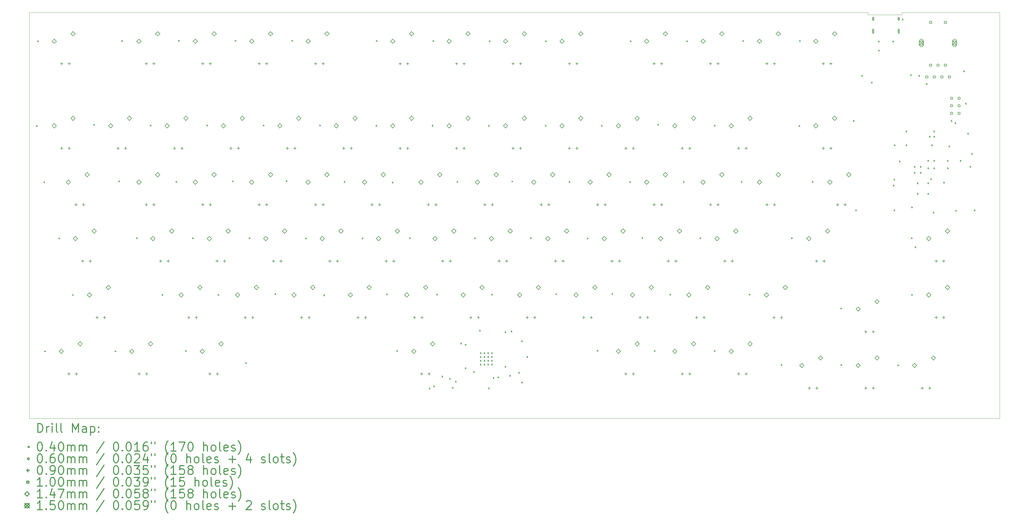
<source format=gbr>
%FSLAX45Y45*%
G04 Gerber Fmt 4.5, Leading zero omitted, Abs format (unit mm)*
G04 Created by KiCad (PCBNEW (5.1.9)-1) date 2021-06-02 15:51:53*
%MOMM*%
%LPD*%
G01*
G04 APERTURE LIST*
%TA.AperFunction,Profile*%
%ADD10C,0.050000*%
%TD*%
%ADD11C,0.200000*%
%ADD12C,0.300000*%
G04 APERTURE END LIST*
D10*
X37211000Y-7823200D02*
X37211000Y-7747000D01*
X36068000Y-7823200D02*
X37211000Y-7823200D01*
X36068000Y-7747000D02*
X36068000Y-7823200D01*
X36068000Y-7747000D02*
X7747000Y-7747000D01*
X40513000Y-7747000D02*
X37211000Y-7747000D01*
X7747000Y-21463000D02*
X7747000Y-7747000D01*
X40513000Y-21463000D02*
X7747000Y-21463000D01*
X40513000Y-7747000D02*
X40513000Y-21463000D01*
D11*
X7981000Y-11557320D02*
X8021000Y-11597320D01*
X8021000Y-11557320D02*
X7981000Y-11597320D01*
X8021640Y-8697280D02*
X8061640Y-8737280D01*
X8061640Y-8697280D02*
X8021640Y-8737280D01*
X8235000Y-13457240D02*
X8275000Y-13497240D01*
X8275000Y-13457240D02*
X8235000Y-13497240D01*
X8255320Y-19172240D02*
X8295320Y-19212240D01*
X8295320Y-19172240D02*
X8255320Y-19212240D01*
X8737920Y-15357160D02*
X8777920Y-15397160D01*
X8777920Y-15357160D02*
X8737920Y-15397160D01*
X9200200Y-17267240D02*
X9240200Y-17307240D01*
X9240200Y-17267240D02*
X9200200Y-17307240D01*
X9911400Y-11521760D02*
X9951400Y-11561760D01*
X9951400Y-11521760D02*
X9911400Y-11561760D01*
X10632760Y-19172240D02*
X10672760Y-19212240D01*
X10672760Y-19172240D02*
X10632760Y-19212240D01*
X10764840Y-13426760D02*
X10804840Y-13466760D01*
X10804840Y-13426760D02*
X10764840Y-13466760D01*
X10861360Y-8687120D02*
X10901360Y-8727120D01*
X10901360Y-8687120D02*
X10861360Y-8727120D01*
X11359200Y-15352080D02*
X11399200Y-15392080D01*
X11399200Y-15352080D02*
X11359200Y-15392080D01*
X11826560Y-11537000D02*
X11866560Y-11577000D01*
X11866560Y-11537000D02*
X11826560Y-11577000D01*
X12222800Y-17262160D02*
X12262800Y-17302160D01*
X12262800Y-17262160D02*
X12222800Y-17302160D01*
X12690160Y-13442000D02*
X12730160Y-13482000D01*
X12730160Y-13442000D02*
X12690160Y-13482000D01*
X12776520Y-8676960D02*
X12816520Y-8716960D01*
X12816520Y-8676960D02*
X12776520Y-8716960D01*
X13015280Y-19157000D02*
X13055280Y-19197000D01*
X13055280Y-19157000D02*
X13015280Y-19197000D01*
X13254040Y-15352080D02*
X13294040Y-15392080D01*
X13294040Y-15352080D02*
X13254040Y-15392080D01*
X13736640Y-11537000D02*
X13776640Y-11577000D01*
X13776640Y-11537000D02*
X13736640Y-11577000D01*
X14112560Y-17262160D02*
X14152560Y-17302160D01*
X14152560Y-17262160D02*
X14112560Y-17302160D01*
X14600240Y-13431840D02*
X14640240Y-13471840D01*
X14640240Y-13431840D02*
X14600240Y-13471840D01*
X14691680Y-8682040D02*
X14731680Y-8722040D01*
X14731680Y-8682040D02*
X14691680Y-8722040D01*
X15042200Y-19563400D02*
X15082200Y-19603400D01*
X15082200Y-19563400D02*
X15042200Y-19603400D01*
X15164120Y-15352080D02*
X15204120Y-15392080D01*
X15204120Y-15352080D02*
X15164120Y-15392080D01*
X15636560Y-11542080D02*
X15676560Y-11582080D01*
X15676560Y-11542080D02*
X15636560Y-11582080D01*
X16032800Y-17236760D02*
X16072800Y-17276760D01*
X16072800Y-17236760D02*
X16032800Y-17276760D01*
X16413800Y-13416600D02*
X16453800Y-13456600D01*
X16453800Y-13416600D02*
X16413800Y-13456600D01*
X16601760Y-8682040D02*
X16641760Y-8722040D01*
X16641760Y-8682040D02*
X16601760Y-8722040D01*
X17069120Y-15357160D02*
X17109120Y-15397160D01*
X17109120Y-15357160D02*
X17069120Y-15397160D01*
X17541560Y-11542080D02*
X17581560Y-11582080D01*
X17581560Y-11542080D02*
X17541560Y-11582080D01*
X17683801Y-17277400D02*
X17723801Y-17317400D01*
X17723801Y-17277400D02*
X17683801Y-17317400D01*
X18369600Y-13442000D02*
X18409600Y-13482000D01*
X18409600Y-13442000D02*
X18369600Y-13482000D01*
X18979200Y-15357160D02*
X19019200Y-15397160D01*
X19019200Y-15357160D02*
X18979200Y-15397160D01*
X19451640Y-11547160D02*
X19491640Y-11587160D01*
X19491640Y-11547160D02*
X19451640Y-11587160D01*
X19456720Y-8687120D02*
X19496720Y-8727120D01*
X19496720Y-8687120D02*
X19456720Y-8727120D01*
X19802160Y-17246920D02*
X19842160Y-17286920D01*
X19842160Y-17246920D02*
X19802160Y-17286920D01*
X19995200Y-13467400D02*
X20035200Y-13507400D01*
X20035200Y-13467400D02*
X19995200Y-13507400D01*
X20147600Y-19162080D02*
X20187600Y-19202080D01*
X20187600Y-19162080D02*
X20147600Y-19202080D01*
X20579399Y-15347000D02*
X20619399Y-15387000D01*
X20619399Y-15347000D02*
X20579399Y-15387000D01*
X21239800Y-20427000D02*
X21279800Y-20467000D01*
X21279800Y-20427000D02*
X21239800Y-20467000D01*
X21341400Y-11547160D02*
X21381400Y-11587160D01*
X21381400Y-11547160D02*
X21341400Y-11587160D01*
X21371880Y-8687120D02*
X21411880Y-8727120D01*
X21411880Y-8687120D02*
X21371880Y-8727120D01*
X21392200Y-20350800D02*
X21432200Y-20390800D01*
X21432200Y-20350800D02*
X21392200Y-20390800D01*
X21493800Y-17252000D02*
X21533800Y-17292000D01*
X21533800Y-17252000D02*
X21493800Y-17292000D01*
X21671600Y-20020600D02*
X21711600Y-20060600D01*
X21711600Y-20020600D02*
X21671600Y-20060600D01*
X21925600Y-20096801D02*
X21965600Y-20136801D01*
X21965600Y-20096801D02*
X21925600Y-20136801D01*
X22027200Y-20401600D02*
X22067200Y-20441600D01*
X22067200Y-20401600D02*
X22027200Y-20441600D01*
X22128800Y-20198400D02*
X22168800Y-20238400D01*
X22168800Y-20198400D02*
X22128800Y-20238400D01*
X22179600Y-13442000D02*
X22219600Y-13482000D01*
X22219600Y-13442000D02*
X22179600Y-13482000D01*
X22306600Y-18903000D02*
X22346600Y-18943000D01*
X22346600Y-18903000D02*
X22306600Y-18943000D01*
X22459000Y-19741200D02*
X22499000Y-19781200D01*
X22499000Y-19741200D02*
X22459000Y-19781200D01*
X22465654Y-18948361D02*
X22505654Y-18988361D01*
X22505654Y-18948361D02*
X22465654Y-18988361D01*
X22738400Y-19868200D02*
X22778400Y-19908200D01*
X22778400Y-19868200D02*
X22738400Y-19908200D01*
X22779040Y-15347000D02*
X22819040Y-15387000D01*
X22819040Y-15347000D02*
X22779040Y-15387000D01*
X22941599Y-18471200D02*
X22981599Y-18511200D01*
X22981599Y-18471200D02*
X22941599Y-18511200D01*
X22967000Y-19233200D02*
X23007000Y-19273200D01*
X23007000Y-19233200D02*
X22967000Y-19273200D01*
X22967000Y-19360200D02*
X23007000Y-19400200D01*
X23007000Y-19360200D02*
X22967000Y-19400200D01*
X22967000Y-19487200D02*
X23007000Y-19527200D01*
X23007000Y-19487200D02*
X22967000Y-19527200D01*
X22967000Y-19614200D02*
X23007000Y-19654200D01*
X23007000Y-19614200D02*
X22967000Y-19654200D01*
X23094000Y-19233200D02*
X23134000Y-19273200D01*
X23134000Y-19233200D02*
X23094000Y-19273200D01*
X23094000Y-19360200D02*
X23134000Y-19400200D01*
X23134000Y-19360200D02*
X23094000Y-19400200D01*
X23094000Y-19487200D02*
X23134000Y-19527200D01*
X23134000Y-19487200D02*
X23094000Y-19527200D01*
X23094000Y-19614200D02*
X23134000Y-19654200D01*
X23134000Y-19614200D02*
X23094000Y-19654200D01*
X23221000Y-19233200D02*
X23261000Y-19273200D01*
X23261000Y-19233200D02*
X23221000Y-19273200D01*
X23221000Y-19360200D02*
X23261000Y-19400200D01*
X23261000Y-19360200D02*
X23221000Y-19400200D01*
X23221000Y-19487200D02*
X23261000Y-19527200D01*
X23261000Y-19487200D02*
X23221000Y-19527200D01*
X23221000Y-19614200D02*
X23261000Y-19654200D01*
X23261000Y-19614200D02*
X23221000Y-19654200D01*
X23246400Y-11547160D02*
X23286400Y-11587160D01*
X23286400Y-11547160D02*
X23246400Y-11587160D01*
X23246400Y-20423501D02*
X23286400Y-20463501D01*
X23286400Y-20423501D02*
X23246400Y-20463501D01*
X23271800Y-8692200D02*
X23311800Y-8732200D01*
X23311800Y-8692200D02*
X23271800Y-8732200D01*
X23348000Y-17252000D02*
X23388000Y-17292000D01*
X23388000Y-17252000D02*
X23348000Y-17292000D01*
X23348000Y-19233200D02*
X23388000Y-19273200D01*
X23388000Y-19233200D02*
X23348000Y-19273200D01*
X23348000Y-19360200D02*
X23388000Y-19400200D01*
X23388000Y-19360200D02*
X23348000Y-19400200D01*
X23348000Y-19487200D02*
X23388000Y-19527200D01*
X23388000Y-19487200D02*
X23348000Y-19527200D01*
X23348000Y-19614200D02*
X23388000Y-19654200D01*
X23388000Y-19614200D02*
X23348000Y-19654200D01*
X23398800Y-20071400D02*
X23438800Y-20111400D01*
X23438800Y-20071400D02*
X23398800Y-20111400D01*
X23561239Y-20050705D02*
X23601239Y-20090705D01*
X23601239Y-20050705D02*
X23561239Y-20090705D01*
X23805200Y-18522000D02*
X23845200Y-18562000D01*
X23845200Y-18522000D02*
X23805200Y-18562000D01*
X23805200Y-19690400D02*
X23845200Y-19730400D01*
X23845200Y-19690400D02*
X23805200Y-19730400D01*
X23957600Y-19995200D02*
X23997600Y-20035200D01*
X23997600Y-19995200D02*
X23957600Y-20035200D01*
X24008400Y-18496600D02*
X24048400Y-18536600D01*
X24048400Y-18496600D02*
X24008400Y-18536600D01*
X24033800Y-13431840D02*
X24073800Y-13471840D01*
X24073800Y-13431840D02*
X24033800Y-13471840D01*
X24262400Y-19893600D02*
X24302400Y-19933600D01*
X24302400Y-19893600D02*
X24262400Y-19933600D01*
X24364000Y-18826800D02*
X24404000Y-18866800D01*
X24404000Y-18826800D02*
X24364000Y-18866800D01*
X24364000Y-20223800D02*
X24404000Y-20263800D01*
X24404000Y-20223800D02*
X24364000Y-20263800D01*
X24541800Y-19360200D02*
X24581800Y-19400200D01*
X24581800Y-19360200D02*
X24541800Y-19400200D01*
X24663720Y-15341920D02*
X24703720Y-15381920D01*
X24703720Y-15341920D02*
X24663720Y-15381920D01*
X25161560Y-11547160D02*
X25201560Y-11587160D01*
X25201560Y-11547160D02*
X25161560Y-11587160D01*
X25171720Y-8692200D02*
X25211720Y-8732200D01*
X25211720Y-8692200D02*
X25171720Y-8732200D01*
X25522240Y-17241840D02*
X25562240Y-17281840D01*
X25562240Y-17241840D02*
X25522240Y-17281840D01*
X25964200Y-13442000D02*
X26004200Y-13482000D01*
X26004200Y-13442000D02*
X25964200Y-13482000D01*
X26578880Y-15357160D02*
X26618880Y-15397160D01*
X26618880Y-15357160D02*
X26578880Y-15397160D01*
X26919240Y-19151920D02*
X26959240Y-19191920D01*
X26959240Y-19151920D02*
X26919240Y-19191920D01*
X27056400Y-11547160D02*
X27096400Y-11587160D01*
X27096400Y-11547160D02*
X27056400Y-11587160D01*
X27412000Y-17231680D02*
X27452000Y-17271680D01*
X27452000Y-17231680D02*
X27412000Y-17271680D01*
X28016520Y-13452160D02*
X28056520Y-13492160D01*
X28056520Y-13452160D02*
X28016520Y-13492160D01*
X28036840Y-8692200D02*
X28076840Y-8732200D01*
X28076840Y-8692200D02*
X28036840Y-8732200D01*
X28428000Y-15341920D02*
X28468000Y-15381920D01*
X28468000Y-15341920D02*
X28428000Y-15381920D01*
X28849640Y-19162080D02*
X28889640Y-19202080D01*
X28889640Y-19162080D02*
X28849640Y-19202080D01*
X28961400Y-11511600D02*
X29001400Y-11551600D01*
X29001400Y-11511600D02*
X28961400Y-11551600D01*
X29367800Y-17257080D02*
X29407800Y-17297080D01*
X29407800Y-17257080D02*
X29367800Y-17297080D01*
X29825000Y-13442000D02*
X29865000Y-13482000D01*
X29865000Y-13442000D02*
X29825000Y-13482000D01*
X29941840Y-8692200D02*
X29981840Y-8732200D01*
X29981840Y-8692200D02*
X29941840Y-8732200D01*
X30388880Y-15347000D02*
X30428880Y-15387000D01*
X30428880Y-15347000D02*
X30388880Y-15387000D01*
X30871480Y-11547160D02*
X30911480Y-11587160D01*
X30911480Y-11547160D02*
X30871480Y-11587160D01*
X30871480Y-19162080D02*
X30911480Y-19202080D01*
X30911480Y-19162080D02*
X30871480Y-19202080D01*
X31780800Y-13447080D02*
X31820800Y-13487080D01*
X31820800Y-13447080D02*
X31780800Y-13487080D01*
X31831600Y-8687120D02*
X31871600Y-8727120D01*
X31871600Y-8687120D02*
X31831600Y-8727120D01*
X32050040Y-17252000D02*
X32090040Y-17292000D01*
X32090040Y-17252000D02*
X32050040Y-17292000D01*
X33127000Y-19634520D02*
X33167000Y-19674520D01*
X33167000Y-19634520D02*
X33127000Y-19674520D01*
X33477520Y-15347000D02*
X33517520Y-15387000D01*
X33517520Y-15347000D02*
X33477520Y-15387000D01*
X33731520Y-11557320D02*
X33771520Y-11597320D01*
X33771520Y-11557320D02*
X33731520Y-11597320D01*
X33746760Y-8687120D02*
X33786760Y-8727120D01*
X33786760Y-8687120D02*
X33746760Y-8727120D01*
X34178560Y-13442000D02*
X34218560Y-13482000D01*
X34218560Y-13442000D02*
X34178560Y-13482000D01*
X35138680Y-17724440D02*
X35178680Y-17764440D01*
X35178680Y-17724440D02*
X35138680Y-17764440D01*
X35148840Y-19634520D02*
X35188840Y-19674520D01*
X35188840Y-19634520D02*
X35148840Y-19674520D01*
X35565400Y-11384600D02*
X35605400Y-11424600D01*
X35605400Y-11384600D02*
X35565400Y-11424600D01*
X35641600Y-14407200D02*
X35681600Y-14447200D01*
X35681600Y-14407200D02*
X35641600Y-14447200D01*
X35844800Y-9860600D02*
X35884800Y-9900600D01*
X35884800Y-9860600D02*
X35844800Y-9900600D01*
X36175000Y-10089200D02*
X36215000Y-10129200D01*
X36215000Y-10089200D02*
X36175000Y-10129200D01*
X36413760Y-8702360D02*
X36453760Y-8742360D01*
X36453760Y-8702360D02*
X36413760Y-8742360D01*
X36413760Y-9007160D02*
X36453760Y-9047160D01*
X36453760Y-9007160D02*
X36413760Y-9047160D01*
X36898950Y-8702360D02*
X36938950Y-8742360D01*
X36938950Y-8702360D02*
X36898950Y-8742360D01*
X36911600Y-13569000D02*
X36951600Y-13609000D01*
X36951600Y-13569000D02*
X36911600Y-13609000D01*
X36937000Y-13365800D02*
X36977000Y-13405800D01*
X36977000Y-13365800D02*
X36937000Y-13405800D01*
X36937000Y-14407200D02*
X36977000Y-14447200D01*
X36977000Y-14407200D02*
X36937000Y-14447200D01*
X36949701Y-12210100D02*
X36989701Y-12250100D01*
X36989701Y-12210100D02*
X36949701Y-12250100D01*
X37069080Y-19639600D02*
X37109080Y-19679600D01*
X37109080Y-19639600D02*
X37069080Y-19679600D01*
X37114800Y-12756200D02*
X37154800Y-12796200D01*
X37154800Y-12756200D02*
X37114800Y-12796200D01*
X37216400Y-7955600D02*
X37256400Y-7995600D01*
X37256400Y-7955600D02*
X37216400Y-7995600D01*
X37343400Y-11740200D02*
X37383400Y-11780200D01*
X37383400Y-11740200D02*
X37343400Y-11780200D01*
X37343400Y-12210100D02*
X37383400Y-12250100D01*
X37383400Y-12210100D02*
X37343400Y-12250100D01*
X37495802Y-9835200D02*
X37535802Y-9875200D01*
X37535802Y-9835200D02*
X37495802Y-9875200D01*
X37526280Y-15352080D02*
X37566280Y-15392080D01*
X37566280Y-15352080D02*
X37526280Y-15392080D01*
X37531360Y-14305600D02*
X37571360Y-14345600D01*
X37571360Y-14305600D02*
X37531360Y-14345600D01*
X37536440Y-17262160D02*
X37576440Y-17302160D01*
X37576440Y-17262160D02*
X37536440Y-17302160D01*
X37622800Y-12934000D02*
X37662800Y-12974000D01*
X37662800Y-12934000D02*
X37622800Y-12974000D01*
X37622800Y-13137200D02*
X37662800Y-13177200D01*
X37662800Y-13137200D02*
X37622800Y-13177200D01*
X37648200Y-15651800D02*
X37688200Y-15691800D01*
X37688200Y-15651800D02*
X37648200Y-15691800D01*
X37724400Y-13492800D02*
X37764400Y-13532800D01*
X37764400Y-13492800D02*
X37724400Y-13532800D01*
X37724400Y-13848400D02*
X37764400Y-13888400D01*
X37764400Y-13848400D02*
X37724400Y-13888400D01*
X37775200Y-9860600D02*
X37815200Y-9900600D01*
X37815200Y-9860600D02*
X37775200Y-9900600D01*
X37826000Y-12934000D02*
X37866000Y-12974000D01*
X37866000Y-12934000D02*
X37826000Y-12974000D01*
X37826000Y-13137200D02*
X37866000Y-13177200D01*
X37866000Y-13137200D02*
X37826000Y-13177200D01*
X38029200Y-10140000D02*
X38069200Y-10180000D01*
X38069200Y-10140000D02*
X38029200Y-10180000D01*
X38080000Y-12730800D02*
X38120000Y-12770800D01*
X38120000Y-12730800D02*
X38080000Y-12770800D01*
X38080000Y-12984800D02*
X38120000Y-13024800D01*
X38120000Y-12984800D02*
X38080000Y-13024800D01*
X38080000Y-13492800D02*
X38120000Y-13532800D01*
X38120000Y-13492800D02*
X38080000Y-13532800D01*
X38080000Y-13848400D02*
X38120000Y-13888400D01*
X38120000Y-13848400D02*
X38080000Y-13888400D01*
X38130800Y-11918000D02*
X38170800Y-11958000D01*
X38170800Y-11918000D02*
X38130800Y-11958000D01*
X38176520Y-13355640D02*
X38216520Y-13395640D01*
X38216520Y-13355640D02*
X38176520Y-13395640D01*
X38207000Y-12210100D02*
X38247000Y-12250100D01*
X38247000Y-12210100D02*
X38207000Y-12250100D01*
X38257800Y-14483400D02*
X38297800Y-14523400D01*
X38297800Y-14483400D02*
X38257800Y-14523400D01*
X38283200Y-11740200D02*
X38323200Y-11780200D01*
X38323200Y-11740200D02*
X38283200Y-11780200D01*
X38283200Y-11918000D02*
X38323200Y-11958000D01*
X38323200Y-11918000D02*
X38283200Y-11958000D01*
X38283200Y-12730800D02*
X38323200Y-12770800D01*
X38323200Y-12730800D02*
X38283200Y-12770800D01*
X38283200Y-12984800D02*
X38323200Y-13024800D01*
X38323200Y-12984800D02*
X38283200Y-13024800D01*
X38613400Y-13467400D02*
X38653400Y-13507400D01*
X38653400Y-13467400D02*
X38613400Y-13507400D01*
X38740400Y-12730800D02*
X38780400Y-12770800D01*
X38780400Y-12730800D02*
X38740400Y-12770800D01*
X38740400Y-12984800D02*
X38780400Y-13024800D01*
X38780400Y-12984800D02*
X38740400Y-13024800D01*
X38791200Y-12248200D02*
X38831200Y-12288200D01*
X38831200Y-12248200D02*
X38791200Y-12288200D01*
X38867399Y-11384601D02*
X38907399Y-11424601D01*
X38907399Y-11384601D02*
X38867399Y-11424601D01*
X38994400Y-11460800D02*
X39034400Y-11500800D01*
X39034400Y-11460800D02*
X38994400Y-11500800D01*
X39019800Y-14422440D02*
X39059800Y-14462440D01*
X39059800Y-14422440D02*
X39019800Y-14462440D01*
X39172200Y-12730800D02*
X39212200Y-12770800D01*
X39212200Y-12730800D02*
X39172200Y-12770800D01*
X39294120Y-9708200D02*
X39334120Y-9748200D01*
X39334120Y-9708200D02*
X39294120Y-9748200D01*
X39350000Y-10800400D02*
X39390000Y-10840400D01*
X39390000Y-10800400D02*
X39350000Y-10840400D01*
X39426200Y-11816400D02*
X39466200Y-11856400D01*
X39466200Y-11816400D02*
X39426200Y-11856400D01*
X39502400Y-12934000D02*
X39542400Y-12974000D01*
X39542400Y-12934000D02*
X39502400Y-12974000D01*
X39558280Y-12502200D02*
X39598280Y-12542200D01*
X39598280Y-12502200D02*
X39558280Y-12542200D01*
X39649720Y-14412280D02*
X39689720Y-14452280D01*
X39689720Y-14412280D02*
X39649720Y-14452280D01*
X36269250Y-7959375D02*
G75*
G03*
X36269250Y-7959375I-30000J0D01*
G01*
X36219250Y-7929375D02*
X36219250Y-7989375D01*
X36259250Y-7929375D02*
X36259250Y-7989375D01*
X36219250Y-7989375D02*
G75*
G03*
X36259250Y-7989375I20000J0D01*
G01*
X36259250Y-7929375D02*
G75*
G03*
X36219250Y-7929375I-20000J0D01*
G01*
X36269250Y-8377375D02*
G75*
G03*
X36269250Y-8377375I-30000J0D01*
G01*
X36219250Y-8322375D02*
X36219250Y-8432375D01*
X36259250Y-8322375D02*
X36259250Y-8432375D01*
X36219250Y-8432375D02*
G75*
G03*
X36259250Y-8432375I20000J0D01*
G01*
X36259250Y-8322375D02*
G75*
G03*
X36219250Y-8322375I-20000J0D01*
G01*
X37133250Y-7959375D02*
G75*
G03*
X37133250Y-7959375I-30000J0D01*
G01*
X37083250Y-7929375D02*
X37083250Y-7989375D01*
X37123250Y-7929375D02*
X37123250Y-7989375D01*
X37083250Y-7989375D02*
G75*
G03*
X37123250Y-7989375I20000J0D01*
G01*
X37123250Y-7929375D02*
G75*
G03*
X37083250Y-7929375I-20000J0D01*
G01*
X37133250Y-8377375D02*
G75*
G03*
X37133250Y-8377375I-30000J0D01*
G01*
X37083250Y-8322375D02*
X37083250Y-8432375D01*
X37123250Y-8322375D02*
X37123250Y-8432375D01*
X37083250Y-8432375D02*
G75*
G03*
X37123250Y-8432375I20000J0D01*
G01*
X37123250Y-8322375D02*
G75*
G03*
X37083250Y-8322375I-20000J0D01*
G01*
X8839200Y-9429200D02*
X8839200Y-9519200D01*
X8794200Y-9474200D02*
X8884200Y-9474200D01*
X8839200Y-12286700D02*
X8839200Y-12376700D01*
X8794200Y-12331700D02*
X8884200Y-12331700D01*
X9080500Y-19906700D02*
X9080500Y-19996700D01*
X9035500Y-19951700D02*
X9125500Y-19951700D01*
X9093200Y-9429200D02*
X9093200Y-9519200D01*
X9048200Y-9474200D02*
X9138200Y-9474200D01*
X9093200Y-12286700D02*
X9093200Y-12376700D01*
X9048200Y-12331700D02*
X9138200Y-12331700D01*
X9321800Y-14191700D02*
X9321800Y-14281700D01*
X9276800Y-14236700D02*
X9366800Y-14236700D01*
X9334500Y-19906700D02*
X9334500Y-19996700D01*
X9289500Y-19951700D02*
X9379500Y-19951700D01*
X9550400Y-16096700D02*
X9550400Y-16186700D01*
X9505400Y-16141700D02*
X9595400Y-16141700D01*
X9575800Y-14191700D02*
X9575800Y-14281700D01*
X9530800Y-14236700D02*
X9620800Y-14236700D01*
X9804400Y-16096700D02*
X9804400Y-16186700D01*
X9759400Y-16141700D02*
X9849400Y-16141700D01*
X10033000Y-18001700D02*
X10033000Y-18091700D01*
X9988000Y-18046700D02*
X10078000Y-18046700D01*
X10287000Y-18001700D02*
X10287000Y-18091700D01*
X10242000Y-18046700D02*
X10332000Y-18046700D01*
X10744200Y-12286700D02*
X10744200Y-12376700D01*
X10699200Y-12331700D02*
X10789200Y-12331700D01*
X10998200Y-12286700D02*
X10998200Y-12376700D01*
X10953200Y-12331700D02*
X11043200Y-12331700D01*
X11455400Y-19906700D02*
X11455400Y-19996700D01*
X11410400Y-19951700D02*
X11500400Y-19951700D01*
X11696700Y-9429200D02*
X11696700Y-9519200D01*
X11651700Y-9474200D02*
X11741700Y-9474200D01*
X11696700Y-14191700D02*
X11696700Y-14281700D01*
X11651700Y-14236700D02*
X11741700Y-14236700D01*
X11709400Y-19906700D02*
X11709400Y-19996700D01*
X11664400Y-19951700D02*
X11754400Y-19951700D01*
X11950700Y-9429200D02*
X11950700Y-9519200D01*
X11905700Y-9474200D02*
X11995700Y-9474200D01*
X11950700Y-14191700D02*
X11950700Y-14281700D01*
X11905700Y-14236700D02*
X11995700Y-14236700D01*
X12179300Y-16096700D02*
X12179300Y-16186700D01*
X12134300Y-16141700D02*
X12224300Y-16141700D01*
X12433300Y-16096700D02*
X12433300Y-16186700D01*
X12388300Y-16141700D02*
X12478300Y-16141700D01*
X12649200Y-12286700D02*
X12649200Y-12376700D01*
X12604200Y-12331700D02*
X12694200Y-12331700D01*
X12903200Y-12286700D02*
X12903200Y-12376700D01*
X12858200Y-12331700D02*
X12948200Y-12331700D01*
X13131800Y-18001700D02*
X13131800Y-18091700D01*
X13086800Y-18046700D02*
X13176800Y-18046700D01*
X13385800Y-18001700D02*
X13385800Y-18091700D01*
X13340800Y-18046700D02*
X13430800Y-18046700D01*
X13601700Y-9429200D02*
X13601700Y-9519200D01*
X13556700Y-9474200D02*
X13646700Y-9474200D01*
X13601700Y-14191700D02*
X13601700Y-14281700D01*
X13556700Y-14236700D02*
X13646700Y-14236700D01*
X13843000Y-19906700D02*
X13843000Y-19996700D01*
X13798000Y-19951700D02*
X13888000Y-19951700D01*
X13855700Y-9429200D02*
X13855700Y-9519200D01*
X13810700Y-9474200D02*
X13900700Y-9474200D01*
X13855700Y-14191700D02*
X13855700Y-14281700D01*
X13810700Y-14236700D02*
X13900700Y-14236700D01*
X14084300Y-16096700D02*
X14084300Y-16186700D01*
X14039300Y-16141700D02*
X14129300Y-16141700D01*
X14097000Y-19906700D02*
X14097000Y-19996700D01*
X14052000Y-19951700D02*
X14142000Y-19951700D01*
X14338300Y-16096700D02*
X14338300Y-16186700D01*
X14293300Y-16141700D02*
X14383300Y-16141700D01*
X14554200Y-12286700D02*
X14554200Y-12376700D01*
X14509200Y-12331700D02*
X14599200Y-12331700D01*
X14808200Y-12286700D02*
X14808200Y-12376700D01*
X14763200Y-12331700D02*
X14853200Y-12331700D01*
X15036800Y-18001700D02*
X15036800Y-18091700D01*
X14991800Y-18046700D02*
X15081800Y-18046700D01*
X15290800Y-18001700D02*
X15290800Y-18091700D01*
X15245800Y-18046700D02*
X15335800Y-18046700D01*
X15506700Y-9429200D02*
X15506700Y-9519200D01*
X15461700Y-9474200D02*
X15551700Y-9474200D01*
X15506700Y-14191700D02*
X15506700Y-14281700D01*
X15461700Y-14236700D02*
X15551700Y-14236700D01*
X15760700Y-9429200D02*
X15760700Y-9519200D01*
X15715700Y-9474200D02*
X15805700Y-9474200D01*
X15760700Y-14191700D02*
X15760700Y-14281700D01*
X15715700Y-14236700D02*
X15805700Y-14236700D01*
X15989300Y-16096700D02*
X15989300Y-16186700D01*
X15944300Y-16141700D02*
X16034300Y-16141700D01*
X16243300Y-16096700D02*
X16243300Y-16186700D01*
X16198300Y-16141700D02*
X16288300Y-16141700D01*
X16459200Y-12286700D02*
X16459200Y-12376700D01*
X16414200Y-12331700D02*
X16504200Y-12331700D01*
X16713200Y-12286700D02*
X16713200Y-12376700D01*
X16668200Y-12331700D02*
X16758200Y-12331700D01*
X16941800Y-18001700D02*
X16941800Y-18091700D01*
X16896800Y-18046700D02*
X16986800Y-18046700D01*
X17195800Y-18001700D02*
X17195800Y-18091700D01*
X17150800Y-18046700D02*
X17240800Y-18046700D01*
X17411700Y-9429200D02*
X17411700Y-9519200D01*
X17366700Y-9474200D02*
X17456700Y-9474200D01*
X17411700Y-14191700D02*
X17411700Y-14281700D01*
X17366700Y-14236700D02*
X17456700Y-14236700D01*
X17665700Y-9429200D02*
X17665700Y-9519200D01*
X17620700Y-9474200D02*
X17710700Y-9474200D01*
X17665700Y-14191700D02*
X17665700Y-14281700D01*
X17620700Y-14236700D02*
X17710700Y-14236700D01*
X17894300Y-16096700D02*
X17894300Y-16186700D01*
X17849300Y-16141700D02*
X17939300Y-16141700D01*
X18148300Y-16096700D02*
X18148300Y-16186700D01*
X18103300Y-16141700D02*
X18193300Y-16141700D01*
X18364200Y-12286700D02*
X18364200Y-12376700D01*
X18319200Y-12331700D02*
X18409200Y-12331700D01*
X18618200Y-12286700D02*
X18618200Y-12376700D01*
X18573200Y-12331700D02*
X18663200Y-12331700D01*
X18846800Y-18001700D02*
X18846800Y-18091700D01*
X18801800Y-18046700D02*
X18891800Y-18046700D01*
X19100800Y-18001700D02*
X19100800Y-18091700D01*
X19055800Y-18046700D02*
X19145800Y-18046700D01*
X19316700Y-14191700D02*
X19316700Y-14281700D01*
X19271700Y-14236700D02*
X19361700Y-14236700D01*
X19570700Y-14191700D02*
X19570700Y-14281700D01*
X19525700Y-14236700D02*
X19615700Y-14236700D01*
X19799300Y-16096700D02*
X19799300Y-16186700D01*
X19754300Y-16141700D02*
X19844300Y-16141700D01*
X20053300Y-16096700D02*
X20053300Y-16186700D01*
X20008300Y-16141700D02*
X20098300Y-16141700D01*
X20269200Y-9429200D02*
X20269200Y-9519200D01*
X20224200Y-9474200D02*
X20314200Y-9474200D01*
X20269200Y-12286700D02*
X20269200Y-12376700D01*
X20224200Y-12331700D02*
X20314200Y-12331700D01*
X20523200Y-9429200D02*
X20523200Y-9519200D01*
X20478200Y-9474200D02*
X20568200Y-9474200D01*
X20523200Y-12286700D02*
X20523200Y-12376700D01*
X20478200Y-12331700D02*
X20568200Y-12331700D01*
X20751800Y-18001700D02*
X20751800Y-18091700D01*
X20706800Y-18046700D02*
X20796800Y-18046700D01*
X20993100Y-19906700D02*
X20993100Y-19996700D01*
X20948100Y-19951700D02*
X21038100Y-19951700D01*
X21005800Y-18001700D02*
X21005800Y-18091700D01*
X20960800Y-18046700D02*
X21050800Y-18046700D01*
X21221700Y-14191700D02*
X21221700Y-14281700D01*
X21176700Y-14236700D02*
X21266700Y-14236700D01*
X21247100Y-19906700D02*
X21247100Y-19996700D01*
X21202100Y-19951700D02*
X21292100Y-19951700D01*
X21475700Y-14191700D02*
X21475700Y-14281700D01*
X21430700Y-14236700D02*
X21520700Y-14236700D01*
X21704300Y-16096700D02*
X21704300Y-16186700D01*
X21659300Y-16141700D02*
X21749300Y-16141700D01*
X21958300Y-16096700D02*
X21958300Y-16186700D01*
X21913300Y-16141700D02*
X22003300Y-16141700D01*
X22174200Y-9429200D02*
X22174200Y-9519200D01*
X22129200Y-9474200D02*
X22219200Y-9474200D01*
X22174200Y-12286700D02*
X22174200Y-12376700D01*
X22129200Y-12331700D02*
X22219200Y-12331700D01*
X22428200Y-9429200D02*
X22428200Y-9519200D01*
X22383200Y-9474200D02*
X22473200Y-9474200D01*
X22428200Y-12286700D02*
X22428200Y-12376700D01*
X22383200Y-12331700D02*
X22473200Y-12331700D01*
X22656800Y-18001700D02*
X22656800Y-18091700D01*
X22611800Y-18046700D02*
X22701800Y-18046700D01*
X22910800Y-18001700D02*
X22910800Y-18091700D01*
X22865800Y-18046700D02*
X22955800Y-18046700D01*
X23126700Y-14191700D02*
X23126700Y-14281700D01*
X23081700Y-14236700D02*
X23171700Y-14236700D01*
X23380700Y-14191700D02*
X23380700Y-14281700D01*
X23335700Y-14236700D02*
X23425700Y-14236700D01*
X23609300Y-16096700D02*
X23609300Y-16186700D01*
X23564300Y-16141700D02*
X23654300Y-16141700D01*
X23863300Y-16096700D02*
X23863300Y-16186700D01*
X23818300Y-16141700D02*
X23908300Y-16141700D01*
X24079200Y-9429200D02*
X24079200Y-9519200D01*
X24034200Y-9474200D02*
X24124200Y-9474200D01*
X24079200Y-12286700D02*
X24079200Y-12376700D01*
X24034200Y-12331700D02*
X24124200Y-12331700D01*
X24333200Y-9429200D02*
X24333200Y-9519200D01*
X24288200Y-9474200D02*
X24378200Y-9474200D01*
X24333200Y-12286700D02*
X24333200Y-12376700D01*
X24288200Y-12331700D02*
X24378200Y-12331700D01*
X24561800Y-18001700D02*
X24561800Y-18091700D01*
X24516800Y-18046700D02*
X24606800Y-18046700D01*
X24815800Y-18001700D02*
X24815800Y-18091700D01*
X24770800Y-18046700D02*
X24860800Y-18046700D01*
X25031700Y-14191700D02*
X25031700Y-14281700D01*
X24986700Y-14236700D02*
X25076700Y-14236700D01*
X25285700Y-14191700D02*
X25285700Y-14281700D01*
X25240700Y-14236700D02*
X25330700Y-14236700D01*
X25514300Y-16096700D02*
X25514300Y-16186700D01*
X25469300Y-16141700D02*
X25559300Y-16141700D01*
X25768300Y-16096700D02*
X25768300Y-16186700D01*
X25723300Y-16141700D02*
X25813300Y-16141700D01*
X25984200Y-9429200D02*
X25984200Y-9519200D01*
X25939200Y-9474200D02*
X26029200Y-9474200D01*
X25984200Y-12286700D02*
X25984200Y-12376700D01*
X25939200Y-12331700D02*
X26029200Y-12331700D01*
X26238200Y-9429200D02*
X26238200Y-9519200D01*
X26193200Y-9474200D02*
X26283200Y-9474200D01*
X26238200Y-12286700D02*
X26238200Y-12376700D01*
X26193200Y-12331700D02*
X26283200Y-12331700D01*
X26466800Y-18001700D02*
X26466800Y-18091700D01*
X26421800Y-18046700D02*
X26511800Y-18046700D01*
X26720800Y-18001700D02*
X26720800Y-18091700D01*
X26675800Y-18046700D02*
X26765800Y-18046700D01*
X26936700Y-14191700D02*
X26936700Y-14281700D01*
X26891700Y-14236700D02*
X26981700Y-14236700D01*
X27190700Y-14191700D02*
X27190700Y-14281700D01*
X27145700Y-14236700D02*
X27235700Y-14236700D01*
X27419300Y-16096700D02*
X27419300Y-16186700D01*
X27374300Y-16141700D02*
X27464300Y-16141700D01*
X27673300Y-16096700D02*
X27673300Y-16186700D01*
X27628300Y-16141700D02*
X27718300Y-16141700D01*
X27889200Y-12286700D02*
X27889200Y-12376700D01*
X27844200Y-12331700D02*
X27934200Y-12331700D01*
X27889200Y-19906700D02*
X27889200Y-19996700D01*
X27844200Y-19951700D02*
X27934200Y-19951700D01*
X28143200Y-12286700D02*
X28143200Y-12376700D01*
X28098200Y-12331700D02*
X28188200Y-12331700D01*
X28143200Y-19906700D02*
X28143200Y-19996700D01*
X28098200Y-19951700D02*
X28188200Y-19951700D01*
X28371800Y-18001700D02*
X28371800Y-18091700D01*
X28326800Y-18046700D02*
X28416800Y-18046700D01*
X28625800Y-18001700D02*
X28625800Y-18091700D01*
X28580800Y-18046700D02*
X28670800Y-18046700D01*
X28841700Y-9429200D02*
X28841700Y-9519200D01*
X28796700Y-9474200D02*
X28886700Y-9474200D01*
X28841700Y-14191700D02*
X28841700Y-14281700D01*
X28796700Y-14236700D02*
X28886700Y-14236700D01*
X29095700Y-9429200D02*
X29095700Y-9519200D01*
X29050700Y-9474200D02*
X29140700Y-9474200D01*
X29095700Y-14191700D02*
X29095700Y-14281700D01*
X29050700Y-14236700D02*
X29140700Y-14236700D01*
X29324300Y-16096700D02*
X29324300Y-16186700D01*
X29279300Y-16141700D02*
X29369300Y-16141700D01*
X29578300Y-16096700D02*
X29578300Y-16186700D01*
X29533300Y-16141700D02*
X29623300Y-16141700D01*
X29794200Y-12286700D02*
X29794200Y-12376700D01*
X29749200Y-12331700D02*
X29839200Y-12331700D01*
X29794200Y-19906700D02*
X29794200Y-19996700D01*
X29749200Y-19951700D02*
X29839200Y-19951700D01*
X30048200Y-12286700D02*
X30048200Y-12376700D01*
X30003200Y-12331700D02*
X30093200Y-12331700D01*
X30048200Y-19906700D02*
X30048200Y-19996700D01*
X30003200Y-19951700D02*
X30093200Y-19951700D01*
X30276800Y-18001700D02*
X30276800Y-18091700D01*
X30231800Y-18046700D02*
X30321800Y-18046700D01*
X30530800Y-18001700D02*
X30530800Y-18091700D01*
X30485800Y-18046700D02*
X30575800Y-18046700D01*
X30746700Y-9429200D02*
X30746700Y-9519200D01*
X30701700Y-9474200D02*
X30791700Y-9474200D01*
X30746700Y-14191700D02*
X30746700Y-14281700D01*
X30701700Y-14236700D02*
X30791700Y-14236700D01*
X31000700Y-9429200D02*
X31000700Y-9519200D01*
X30955700Y-9474200D02*
X31045700Y-9474200D01*
X31000700Y-14191700D02*
X31000700Y-14281700D01*
X30955700Y-14236700D02*
X31045700Y-14236700D01*
X31229300Y-16096700D02*
X31229300Y-16186700D01*
X31184300Y-16141700D02*
X31274300Y-16141700D01*
X31483300Y-16096700D02*
X31483300Y-16186700D01*
X31438300Y-16141700D02*
X31528300Y-16141700D01*
X31699200Y-12286700D02*
X31699200Y-12376700D01*
X31654200Y-12331700D02*
X31744200Y-12331700D01*
X31699200Y-19906700D02*
X31699200Y-19996700D01*
X31654200Y-19951700D02*
X31744200Y-19951700D01*
X31953200Y-12286700D02*
X31953200Y-12376700D01*
X31908200Y-12331700D02*
X31998200Y-12331700D01*
X31953200Y-19906700D02*
X31953200Y-19996700D01*
X31908200Y-19951700D02*
X31998200Y-19951700D01*
X32651700Y-9429200D02*
X32651700Y-9519200D01*
X32606700Y-9474200D02*
X32696700Y-9474200D01*
X32651700Y-14191700D02*
X32651700Y-14281700D01*
X32606700Y-14236700D02*
X32696700Y-14236700D01*
X32893000Y-18001700D02*
X32893000Y-18091700D01*
X32848000Y-18046700D02*
X32938000Y-18046700D01*
X32905700Y-9429200D02*
X32905700Y-9519200D01*
X32860700Y-9474200D02*
X32950700Y-9474200D01*
X32905700Y-14191700D02*
X32905700Y-14281700D01*
X32860700Y-14236700D02*
X32950700Y-14236700D01*
X33147000Y-18001700D02*
X33147000Y-18091700D01*
X33102000Y-18046700D02*
X33192000Y-18046700D01*
X34086800Y-20389300D02*
X34086800Y-20479300D01*
X34041800Y-20434300D02*
X34131800Y-20434300D01*
X34328100Y-16096700D02*
X34328100Y-16186700D01*
X34283100Y-16141700D02*
X34373100Y-16141700D01*
X34340800Y-20389300D02*
X34340800Y-20479300D01*
X34295800Y-20434300D02*
X34385800Y-20434300D01*
X34556700Y-9429200D02*
X34556700Y-9519200D01*
X34511700Y-9474200D02*
X34601700Y-9474200D01*
X34556700Y-12286700D02*
X34556700Y-12376700D01*
X34511700Y-12331700D02*
X34601700Y-12331700D01*
X34582100Y-16096700D02*
X34582100Y-16186700D01*
X34537100Y-16141700D02*
X34627100Y-16141700D01*
X34810700Y-9429200D02*
X34810700Y-9519200D01*
X34765700Y-9474200D02*
X34855700Y-9474200D01*
X34810700Y-12286700D02*
X34810700Y-12376700D01*
X34765700Y-12331700D02*
X34855700Y-12331700D01*
X35039300Y-14191700D02*
X35039300Y-14281700D01*
X34994300Y-14236700D02*
X35084300Y-14236700D01*
X35293300Y-14191700D02*
X35293300Y-14281700D01*
X35248300Y-14236700D02*
X35338300Y-14236700D01*
X35991800Y-18484300D02*
X35991800Y-18574300D01*
X35946800Y-18529300D02*
X36036800Y-18529300D01*
X35991800Y-20389300D02*
X35991800Y-20479300D01*
X35946800Y-20434300D02*
X36036800Y-20434300D01*
X36245800Y-18484300D02*
X36245800Y-18574300D01*
X36200800Y-18529300D02*
X36290800Y-18529300D01*
X36245800Y-20389300D02*
X36245800Y-20479300D01*
X36200800Y-20434300D02*
X36290800Y-20434300D01*
X37896800Y-20389300D02*
X37896800Y-20479300D01*
X37851800Y-20434300D02*
X37941800Y-20434300D01*
X38150800Y-20389300D02*
X38150800Y-20479300D01*
X38105800Y-20434300D02*
X38195800Y-20434300D01*
X38366700Y-16096700D02*
X38366700Y-16186700D01*
X38321700Y-16141700D02*
X38411700Y-16141700D01*
X38366700Y-18001700D02*
X38366700Y-18091700D01*
X38321700Y-18046700D02*
X38411700Y-18046700D01*
X38620700Y-16096700D02*
X38620700Y-16186700D01*
X38575700Y-16141700D02*
X38665700Y-16141700D01*
X38620700Y-18001700D02*
X38620700Y-18091700D01*
X38575700Y-18046700D02*
X38665700Y-18046700D01*
X38087731Y-9957231D02*
X38087731Y-9886519D01*
X38017019Y-9886519D01*
X38017019Y-9957231D01*
X38087731Y-9957231D01*
X38214731Y-8110356D02*
X38214731Y-8039644D01*
X38144019Y-8039644D01*
X38144019Y-8110356D01*
X38214731Y-8110356D01*
X38214731Y-9560356D02*
X38214731Y-9489644D01*
X38144019Y-9489644D01*
X38144019Y-9560356D01*
X38214731Y-9560356D01*
X38341731Y-9957231D02*
X38341731Y-9886519D01*
X38271019Y-9886519D01*
X38271019Y-9957231D01*
X38341731Y-9957231D01*
X38464731Y-9560356D02*
X38464731Y-9489644D01*
X38394019Y-9489644D01*
X38394019Y-9560356D01*
X38464731Y-9560356D01*
X38595731Y-9957231D02*
X38595731Y-9886519D01*
X38525019Y-9886519D01*
X38525019Y-9957231D01*
X38595731Y-9957231D01*
X38714731Y-8110356D02*
X38714731Y-8039644D01*
X38644019Y-8039644D01*
X38644019Y-8110356D01*
X38714731Y-8110356D01*
X38714731Y-9560356D02*
X38714731Y-9489644D01*
X38644019Y-9489644D01*
X38644019Y-9560356D01*
X38714731Y-9560356D01*
X38849731Y-9957231D02*
X38849731Y-9886519D01*
X38779019Y-9886519D01*
X38779019Y-9957231D01*
X38849731Y-9957231D01*
X38922756Y-10677956D02*
X38922756Y-10607244D01*
X38852044Y-10607244D01*
X38852044Y-10677956D01*
X38922756Y-10677956D01*
X38922756Y-10931956D02*
X38922756Y-10861244D01*
X38852044Y-10861244D01*
X38852044Y-10931956D01*
X38922756Y-10931956D01*
X38922756Y-11185956D02*
X38922756Y-11115244D01*
X38852044Y-11115244D01*
X38852044Y-11185956D01*
X38922756Y-11185956D01*
X39176756Y-10677956D02*
X39176756Y-10607244D01*
X39106044Y-10607244D01*
X39106044Y-10677956D01*
X39176756Y-10677956D01*
X39176756Y-10931956D02*
X39176756Y-10861244D01*
X39106044Y-10861244D01*
X39106044Y-10931956D01*
X39176756Y-10931956D01*
X39176756Y-11185956D02*
X39176756Y-11115244D01*
X39106044Y-11115244D01*
X39106044Y-11185956D01*
X39176756Y-11185956D01*
X8588375Y-8788875D02*
X8661875Y-8715375D01*
X8588375Y-8641875D01*
X8514875Y-8715375D01*
X8588375Y-8788875D01*
X8588375Y-11646375D02*
X8661875Y-11572875D01*
X8588375Y-11499375D01*
X8514875Y-11572875D01*
X8588375Y-11646375D01*
X8826500Y-19266375D02*
X8900000Y-19192875D01*
X8826500Y-19119375D01*
X8753000Y-19192875D01*
X8826500Y-19266375D01*
X9064625Y-13551375D02*
X9138125Y-13477875D01*
X9064625Y-13404375D01*
X8991125Y-13477875D01*
X9064625Y-13551375D01*
X9223375Y-8534875D02*
X9296875Y-8461375D01*
X9223375Y-8387875D01*
X9149875Y-8461375D01*
X9223375Y-8534875D01*
X9223375Y-11392375D02*
X9296875Y-11318875D01*
X9223375Y-11245375D01*
X9149875Y-11318875D01*
X9223375Y-11392375D01*
X9302750Y-15456375D02*
X9376250Y-15382875D01*
X9302750Y-15309375D01*
X9229250Y-15382875D01*
X9302750Y-15456375D01*
X9461500Y-19012375D02*
X9535000Y-18938875D01*
X9461500Y-18865375D01*
X9388000Y-18938875D01*
X9461500Y-19012375D01*
X9699625Y-13297375D02*
X9773125Y-13223875D01*
X9699625Y-13150375D01*
X9626125Y-13223875D01*
X9699625Y-13297375D01*
X9779000Y-17361375D02*
X9852500Y-17287875D01*
X9779000Y-17214375D01*
X9705500Y-17287875D01*
X9779000Y-17361375D01*
X9937750Y-15202375D02*
X10011250Y-15128875D01*
X9937750Y-15055375D01*
X9864250Y-15128875D01*
X9937750Y-15202375D01*
X10414000Y-17107375D02*
X10487500Y-17033875D01*
X10414000Y-16960375D01*
X10340500Y-17033875D01*
X10414000Y-17107375D01*
X10493375Y-11646375D02*
X10566875Y-11572875D01*
X10493375Y-11499375D01*
X10419875Y-11572875D01*
X10493375Y-11646375D01*
X11128375Y-11392375D02*
X11201875Y-11318875D01*
X11128375Y-11245375D01*
X11054875Y-11318875D01*
X11128375Y-11392375D01*
X11207750Y-19266375D02*
X11281250Y-19192875D01*
X11207750Y-19119375D01*
X11134250Y-19192875D01*
X11207750Y-19266375D01*
X11445875Y-8788875D02*
X11519375Y-8715375D01*
X11445875Y-8641875D01*
X11372375Y-8715375D01*
X11445875Y-8788875D01*
X11445875Y-13551375D02*
X11519375Y-13477875D01*
X11445875Y-13404375D01*
X11372375Y-13477875D01*
X11445875Y-13551375D01*
X11842750Y-19012375D02*
X11916250Y-18938875D01*
X11842750Y-18865375D01*
X11769250Y-18938875D01*
X11842750Y-19012375D01*
X11922125Y-15456375D02*
X11995625Y-15382875D01*
X11922125Y-15309375D01*
X11848625Y-15382875D01*
X11922125Y-15456375D01*
X12080875Y-8534875D02*
X12154375Y-8461375D01*
X12080875Y-8387875D01*
X12007375Y-8461375D01*
X12080875Y-8534875D01*
X12080875Y-13297375D02*
X12154375Y-13223875D01*
X12080875Y-13150375D01*
X12007375Y-13223875D01*
X12080875Y-13297375D01*
X12398375Y-11646375D02*
X12471875Y-11572875D01*
X12398375Y-11499375D01*
X12324875Y-11572875D01*
X12398375Y-11646375D01*
X12557125Y-15202375D02*
X12630625Y-15128875D01*
X12557125Y-15055375D01*
X12483625Y-15128875D01*
X12557125Y-15202375D01*
X12874625Y-17361375D02*
X12948125Y-17287875D01*
X12874625Y-17214375D01*
X12801125Y-17287875D01*
X12874625Y-17361375D01*
X13033375Y-11392375D02*
X13106875Y-11318875D01*
X13033375Y-11245375D01*
X12959875Y-11318875D01*
X13033375Y-11392375D01*
X13350875Y-8788875D02*
X13424375Y-8715375D01*
X13350875Y-8641875D01*
X13277375Y-8715375D01*
X13350875Y-8788875D01*
X13350875Y-13551375D02*
X13424375Y-13477875D01*
X13350875Y-13404375D01*
X13277375Y-13477875D01*
X13350875Y-13551375D01*
X13509625Y-17107375D02*
X13583125Y-17033875D01*
X13509625Y-16960375D01*
X13436125Y-17033875D01*
X13509625Y-17107375D01*
X13589000Y-19266375D02*
X13662500Y-19192875D01*
X13589000Y-19119375D01*
X13515500Y-19192875D01*
X13589000Y-19266375D01*
X13827125Y-15456375D02*
X13900625Y-15382875D01*
X13827125Y-15309375D01*
X13753625Y-15382875D01*
X13827125Y-15456375D01*
X13985875Y-8534875D02*
X14059375Y-8461375D01*
X13985875Y-8387875D01*
X13912375Y-8461375D01*
X13985875Y-8534875D01*
X13985875Y-13297375D02*
X14059375Y-13223875D01*
X13985875Y-13150375D01*
X13912375Y-13223875D01*
X13985875Y-13297375D01*
X14224000Y-19012375D02*
X14297500Y-18938875D01*
X14224000Y-18865375D01*
X14150500Y-18938875D01*
X14224000Y-19012375D01*
X14303375Y-11646375D02*
X14376875Y-11572875D01*
X14303375Y-11499375D01*
X14229875Y-11572875D01*
X14303375Y-11646375D01*
X14462125Y-15202375D02*
X14535625Y-15128875D01*
X14462125Y-15055375D01*
X14388625Y-15128875D01*
X14462125Y-15202375D01*
X14779625Y-17361375D02*
X14853125Y-17287875D01*
X14779625Y-17214375D01*
X14706125Y-17287875D01*
X14779625Y-17361375D01*
X14938375Y-11392375D02*
X15011875Y-11318875D01*
X14938375Y-11245375D01*
X14864875Y-11318875D01*
X14938375Y-11392375D01*
X15255875Y-8788875D02*
X15329375Y-8715375D01*
X15255875Y-8641875D01*
X15182375Y-8715375D01*
X15255875Y-8788875D01*
X15255875Y-13551375D02*
X15329375Y-13477875D01*
X15255875Y-13404375D01*
X15182375Y-13477875D01*
X15255875Y-13551375D01*
X15414625Y-17107375D02*
X15488125Y-17033875D01*
X15414625Y-16960375D01*
X15341125Y-17033875D01*
X15414625Y-17107375D01*
X15732125Y-15456375D02*
X15805625Y-15382875D01*
X15732125Y-15309375D01*
X15658625Y-15382875D01*
X15732125Y-15456375D01*
X15890875Y-8534875D02*
X15964375Y-8461375D01*
X15890875Y-8387875D01*
X15817375Y-8461375D01*
X15890875Y-8534875D01*
X15890875Y-13297375D02*
X15964375Y-13223875D01*
X15890875Y-13150375D01*
X15817375Y-13223875D01*
X15890875Y-13297375D01*
X16208375Y-11646375D02*
X16281875Y-11572875D01*
X16208375Y-11499375D01*
X16134875Y-11572875D01*
X16208375Y-11646375D01*
X16367125Y-15202375D02*
X16440625Y-15128875D01*
X16367125Y-15055375D01*
X16293625Y-15128875D01*
X16367125Y-15202375D01*
X16684625Y-17361375D02*
X16758125Y-17287875D01*
X16684625Y-17214375D01*
X16611125Y-17287875D01*
X16684625Y-17361375D01*
X16843375Y-11392375D02*
X16916875Y-11318875D01*
X16843375Y-11245375D01*
X16769875Y-11318875D01*
X16843375Y-11392375D01*
X17160875Y-8788875D02*
X17234375Y-8715375D01*
X17160875Y-8641875D01*
X17087375Y-8715375D01*
X17160875Y-8788875D01*
X17160875Y-13551375D02*
X17234375Y-13477875D01*
X17160875Y-13404375D01*
X17087375Y-13477875D01*
X17160875Y-13551375D01*
X17319625Y-17107375D02*
X17393125Y-17033875D01*
X17319625Y-16960375D01*
X17246125Y-17033875D01*
X17319625Y-17107375D01*
X17637125Y-15456375D02*
X17710625Y-15382875D01*
X17637125Y-15309375D01*
X17563625Y-15382875D01*
X17637125Y-15456375D01*
X17795875Y-8534875D02*
X17869375Y-8461375D01*
X17795875Y-8387875D01*
X17722375Y-8461375D01*
X17795875Y-8534875D01*
X17795875Y-13297375D02*
X17869375Y-13223875D01*
X17795875Y-13150375D01*
X17722375Y-13223875D01*
X17795875Y-13297375D01*
X18113375Y-11646375D02*
X18186875Y-11572875D01*
X18113375Y-11499375D01*
X18039875Y-11572875D01*
X18113375Y-11646375D01*
X18272125Y-15202375D02*
X18345625Y-15128875D01*
X18272125Y-15055375D01*
X18198625Y-15128875D01*
X18272125Y-15202375D01*
X18589625Y-17361375D02*
X18663125Y-17287875D01*
X18589625Y-17214375D01*
X18516125Y-17287875D01*
X18589625Y-17361375D01*
X18748375Y-11392375D02*
X18821875Y-11318875D01*
X18748375Y-11245375D01*
X18674875Y-11318875D01*
X18748375Y-11392375D01*
X19065875Y-13551375D02*
X19139375Y-13477875D01*
X19065875Y-13404375D01*
X18992375Y-13477875D01*
X19065875Y-13551375D01*
X19224625Y-17107375D02*
X19298125Y-17033875D01*
X19224625Y-16960375D01*
X19151125Y-17033875D01*
X19224625Y-17107375D01*
X19542125Y-15456375D02*
X19615625Y-15382875D01*
X19542125Y-15309375D01*
X19468625Y-15382875D01*
X19542125Y-15456375D01*
X19700875Y-13297375D02*
X19774375Y-13223875D01*
X19700875Y-13150375D01*
X19627375Y-13223875D01*
X19700875Y-13297375D01*
X20018375Y-8788875D02*
X20091875Y-8715375D01*
X20018375Y-8641875D01*
X19944875Y-8715375D01*
X20018375Y-8788875D01*
X20018375Y-11646375D02*
X20091875Y-11572875D01*
X20018375Y-11499375D01*
X19944875Y-11572875D01*
X20018375Y-11646375D01*
X20177125Y-15202375D02*
X20250625Y-15128875D01*
X20177125Y-15055375D01*
X20103625Y-15128875D01*
X20177125Y-15202375D01*
X20494625Y-17361375D02*
X20568125Y-17287875D01*
X20494625Y-17214375D01*
X20421125Y-17287875D01*
X20494625Y-17361375D01*
X20653375Y-8534875D02*
X20726875Y-8461375D01*
X20653375Y-8387875D01*
X20579875Y-8461375D01*
X20653375Y-8534875D01*
X20653375Y-11392375D02*
X20726875Y-11318875D01*
X20653375Y-11245375D01*
X20579875Y-11318875D01*
X20653375Y-11392375D01*
X20732750Y-19266375D02*
X20806250Y-19192875D01*
X20732750Y-19119375D01*
X20659250Y-19192875D01*
X20732750Y-19266375D01*
X20970875Y-13551375D02*
X21044375Y-13477875D01*
X20970875Y-13404375D01*
X20897375Y-13477875D01*
X20970875Y-13551375D01*
X21129625Y-17107375D02*
X21203125Y-17033875D01*
X21129625Y-16960375D01*
X21056125Y-17033875D01*
X21129625Y-17107375D01*
X21367750Y-19012375D02*
X21441250Y-18938875D01*
X21367750Y-18865375D01*
X21294250Y-18938875D01*
X21367750Y-19012375D01*
X21447125Y-15456375D02*
X21520625Y-15382875D01*
X21447125Y-15309375D01*
X21373625Y-15382875D01*
X21447125Y-15456375D01*
X21605875Y-13297375D02*
X21679375Y-13223875D01*
X21605875Y-13150375D01*
X21532375Y-13223875D01*
X21605875Y-13297375D01*
X21923375Y-8788875D02*
X21996875Y-8715375D01*
X21923375Y-8641875D01*
X21849875Y-8715375D01*
X21923375Y-8788875D01*
X21923375Y-11646375D02*
X21996875Y-11572875D01*
X21923375Y-11499375D01*
X21849875Y-11572875D01*
X21923375Y-11646375D01*
X22082125Y-15202375D02*
X22155625Y-15128875D01*
X22082125Y-15055375D01*
X22008625Y-15128875D01*
X22082125Y-15202375D01*
X22399625Y-17361375D02*
X22473125Y-17287875D01*
X22399625Y-17214375D01*
X22326125Y-17287875D01*
X22399625Y-17361375D01*
X22558375Y-8534875D02*
X22631875Y-8461375D01*
X22558375Y-8387875D01*
X22484875Y-8461375D01*
X22558375Y-8534875D01*
X22558375Y-11392375D02*
X22631875Y-11318875D01*
X22558375Y-11245375D01*
X22484875Y-11318875D01*
X22558375Y-11392375D01*
X22875875Y-13551375D02*
X22949375Y-13477875D01*
X22875875Y-13404375D01*
X22802375Y-13477875D01*
X22875875Y-13551375D01*
X23034625Y-17107375D02*
X23108125Y-17033875D01*
X23034625Y-16960375D01*
X22961125Y-17033875D01*
X23034625Y-17107375D01*
X23352125Y-15456375D02*
X23425625Y-15382875D01*
X23352125Y-15309375D01*
X23278625Y-15382875D01*
X23352125Y-15456375D01*
X23510875Y-13297375D02*
X23584375Y-13223875D01*
X23510875Y-13150375D01*
X23437375Y-13223875D01*
X23510875Y-13297375D01*
X23828375Y-8788875D02*
X23901875Y-8715375D01*
X23828375Y-8641875D01*
X23754875Y-8715375D01*
X23828375Y-8788875D01*
X23828375Y-11646375D02*
X23901875Y-11572875D01*
X23828375Y-11499375D01*
X23754875Y-11572875D01*
X23828375Y-11646375D01*
X23987125Y-15202375D02*
X24060625Y-15128875D01*
X23987125Y-15055375D01*
X23913625Y-15128875D01*
X23987125Y-15202375D01*
X24304625Y-17361375D02*
X24378125Y-17287875D01*
X24304625Y-17214375D01*
X24231125Y-17287875D01*
X24304625Y-17361375D01*
X24463375Y-8534875D02*
X24536875Y-8461375D01*
X24463375Y-8387875D01*
X24389875Y-8461375D01*
X24463375Y-8534875D01*
X24463375Y-11392375D02*
X24536875Y-11318875D01*
X24463375Y-11245375D01*
X24389875Y-11318875D01*
X24463375Y-11392375D01*
X24780875Y-13551375D02*
X24854375Y-13477875D01*
X24780875Y-13404375D01*
X24707375Y-13477875D01*
X24780875Y-13551375D01*
X24939625Y-17107375D02*
X25013125Y-17033875D01*
X24939625Y-16960375D01*
X24866125Y-17033875D01*
X24939625Y-17107375D01*
X25257125Y-15456375D02*
X25330625Y-15382875D01*
X25257125Y-15309375D01*
X25183625Y-15382875D01*
X25257125Y-15456375D01*
X25415875Y-13297375D02*
X25489375Y-13223875D01*
X25415875Y-13150375D01*
X25342375Y-13223875D01*
X25415875Y-13297375D01*
X25733375Y-8788875D02*
X25806875Y-8715375D01*
X25733375Y-8641875D01*
X25659875Y-8715375D01*
X25733375Y-8788875D01*
X25733375Y-11646375D02*
X25806875Y-11572875D01*
X25733375Y-11499375D01*
X25659875Y-11572875D01*
X25733375Y-11646375D01*
X25892125Y-15202375D02*
X25965625Y-15128875D01*
X25892125Y-15055375D01*
X25818625Y-15128875D01*
X25892125Y-15202375D01*
X26209625Y-17361375D02*
X26283125Y-17287875D01*
X26209625Y-17214375D01*
X26136125Y-17287875D01*
X26209625Y-17361375D01*
X26368375Y-8534875D02*
X26441875Y-8461375D01*
X26368375Y-8387875D01*
X26294875Y-8461375D01*
X26368375Y-8534875D01*
X26368375Y-11392375D02*
X26441875Y-11318875D01*
X26368375Y-11245375D01*
X26294875Y-11318875D01*
X26368375Y-11392375D01*
X26685875Y-13551375D02*
X26759375Y-13477875D01*
X26685875Y-13404375D01*
X26612375Y-13477875D01*
X26685875Y-13551375D01*
X26844625Y-17107375D02*
X26918125Y-17033875D01*
X26844625Y-16960375D01*
X26771125Y-17033875D01*
X26844625Y-17107375D01*
X27162125Y-15456375D02*
X27235625Y-15382875D01*
X27162125Y-15309375D01*
X27088625Y-15382875D01*
X27162125Y-15456375D01*
X27320875Y-13297375D02*
X27394375Y-13223875D01*
X27320875Y-13150375D01*
X27247375Y-13223875D01*
X27320875Y-13297375D01*
X27638375Y-11646375D02*
X27711875Y-11572875D01*
X27638375Y-11499375D01*
X27564875Y-11572875D01*
X27638375Y-11646375D01*
X27638375Y-19266375D02*
X27711875Y-19192875D01*
X27638375Y-19119375D01*
X27564875Y-19192875D01*
X27638375Y-19266375D01*
X27797125Y-15202375D02*
X27870625Y-15128875D01*
X27797125Y-15055375D01*
X27723625Y-15128875D01*
X27797125Y-15202375D01*
X28114625Y-17361375D02*
X28188125Y-17287875D01*
X28114625Y-17214375D01*
X28041125Y-17287875D01*
X28114625Y-17361375D01*
X28273375Y-11392375D02*
X28346875Y-11318875D01*
X28273375Y-11245375D01*
X28199875Y-11318875D01*
X28273375Y-11392375D01*
X28273375Y-19012375D02*
X28346875Y-18938875D01*
X28273375Y-18865375D01*
X28199875Y-18938875D01*
X28273375Y-19012375D01*
X28590875Y-8788875D02*
X28664375Y-8715375D01*
X28590875Y-8641875D01*
X28517375Y-8715375D01*
X28590875Y-8788875D01*
X28590875Y-13551375D02*
X28664375Y-13477875D01*
X28590875Y-13404375D01*
X28517375Y-13477875D01*
X28590875Y-13551375D01*
X28749625Y-17107375D02*
X28823125Y-17033875D01*
X28749625Y-16960375D01*
X28676125Y-17033875D01*
X28749625Y-17107375D01*
X29067125Y-15456375D02*
X29140625Y-15382875D01*
X29067125Y-15309375D01*
X28993625Y-15382875D01*
X29067125Y-15456375D01*
X29225875Y-8534875D02*
X29299375Y-8461375D01*
X29225875Y-8387875D01*
X29152375Y-8461375D01*
X29225875Y-8534875D01*
X29225875Y-13297375D02*
X29299375Y-13223875D01*
X29225875Y-13150375D01*
X29152375Y-13223875D01*
X29225875Y-13297375D01*
X29543375Y-11646375D02*
X29616875Y-11572875D01*
X29543375Y-11499375D01*
X29469875Y-11572875D01*
X29543375Y-11646375D01*
X29543375Y-19266375D02*
X29616875Y-19192875D01*
X29543375Y-19119375D01*
X29469875Y-19192875D01*
X29543375Y-19266375D01*
X29702125Y-15202375D02*
X29775625Y-15128875D01*
X29702125Y-15055375D01*
X29628625Y-15128875D01*
X29702125Y-15202375D01*
X30019625Y-17361375D02*
X30093125Y-17287875D01*
X30019625Y-17214375D01*
X29946125Y-17287875D01*
X30019625Y-17361375D01*
X30178375Y-11392375D02*
X30251875Y-11318875D01*
X30178375Y-11245375D01*
X30104875Y-11318875D01*
X30178375Y-11392375D01*
X30178375Y-19012375D02*
X30251875Y-18938875D01*
X30178375Y-18865375D01*
X30104875Y-18938875D01*
X30178375Y-19012375D01*
X30495875Y-8788875D02*
X30569375Y-8715375D01*
X30495875Y-8641875D01*
X30422375Y-8715375D01*
X30495875Y-8788875D01*
X30495875Y-13551375D02*
X30569375Y-13477875D01*
X30495875Y-13404375D01*
X30422375Y-13477875D01*
X30495875Y-13551375D01*
X30654625Y-17107375D02*
X30728125Y-17033875D01*
X30654625Y-16960375D01*
X30581125Y-17033875D01*
X30654625Y-17107375D01*
X30972125Y-15456375D02*
X31045625Y-15382875D01*
X30972125Y-15309375D01*
X30898625Y-15382875D01*
X30972125Y-15456375D01*
X31130875Y-8534875D02*
X31204375Y-8461375D01*
X31130875Y-8387875D01*
X31057375Y-8461375D01*
X31130875Y-8534875D01*
X31130875Y-13297375D02*
X31204375Y-13223875D01*
X31130875Y-13150375D01*
X31057375Y-13223875D01*
X31130875Y-13297375D01*
X31448375Y-11646375D02*
X31521875Y-11572875D01*
X31448375Y-11499375D01*
X31374875Y-11572875D01*
X31448375Y-11646375D01*
X31448375Y-19266375D02*
X31521875Y-19192875D01*
X31448375Y-19119375D01*
X31374875Y-19192875D01*
X31448375Y-19266375D01*
X31607125Y-15202375D02*
X31680625Y-15128875D01*
X31607125Y-15055375D01*
X31533625Y-15128875D01*
X31607125Y-15202375D01*
X32083375Y-11392375D02*
X32156875Y-11318875D01*
X32083375Y-11245375D01*
X32009875Y-11318875D01*
X32083375Y-11392375D01*
X32083375Y-19012375D02*
X32156875Y-18938875D01*
X32083375Y-18865375D01*
X32009875Y-18938875D01*
X32083375Y-19012375D01*
X32400875Y-8788875D02*
X32474375Y-8715375D01*
X32400875Y-8641875D01*
X32327375Y-8715375D01*
X32400875Y-8788875D01*
X32400875Y-13551375D02*
X32474375Y-13477875D01*
X32400875Y-13404375D01*
X32327375Y-13477875D01*
X32400875Y-13551375D01*
X32639000Y-17361375D02*
X32712500Y-17287875D01*
X32639000Y-17214375D01*
X32565500Y-17287875D01*
X32639000Y-17361375D01*
X33035875Y-8534875D02*
X33109375Y-8461375D01*
X33035875Y-8387875D01*
X32962375Y-8461375D01*
X33035875Y-8534875D01*
X33035875Y-13297375D02*
X33109375Y-13223875D01*
X33035875Y-13150375D01*
X32962375Y-13223875D01*
X33035875Y-13297375D01*
X33274000Y-17107375D02*
X33347500Y-17033875D01*
X33274000Y-16960375D01*
X33200500Y-17033875D01*
X33274000Y-17107375D01*
X33829625Y-19742625D02*
X33903125Y-19669125D01*
X33829625Y-19595625D01*
X33756125Y-19669125D01*
X33829625Y-19742625D01*
X34067750Y-15456375D02*
X34141250Y-15382875D01*
X34067750Y-15309375D01*
X33994250Y-15382875D01*
X34067750Y-15456375D01*
X34305875Y-8788875D02*
X34379375Y-8715375D01*
X34305875Y-8641875D01*
X34232375Y-8715375D01*
X34305875Y-8788875D01*
X34305875Y-11646375D02*
X34379375Y-11572875D01*
X34305875Y-11499375D01*
X34232375Y-11572875D01*
X34305875Y-11646375D01*
X34464625Y-19488625D02*
X34538125Y-19415125D01*
X34464625Y-19341625D01*
X34391125Y-19415125D01*
X34464625Y-19488625D01*
X34702750Y-15202375D02*
X34776250Y-15128875D01*
X34702750Y-15055375D01*
X34629250Y-15128875D01*
X34702750Y-15202375D01*
X34782125Y-13551375D02*
X34855625Y-13477875D01*
X34782125Y-13404375D01*
X34708625Y-13477875D01*
X34782125Y-13551375D01*
X34940875Y-8534875D02*
X35014375Y-8461375D01*
X34940875Y-8387875D01*
X34867375Y-8461375D01*
X34940875Y-8534875D01*
X34940875Y-11392375D02*
X35014375Y-11318875D01*
X34940875Y-11245375D01*
X34867375Y-11318875D01*
X34940875Y-11392375D01*
X35417125Y-13297375D02*
X35490625Y-13223875D01*
X35417125Y-13150375D01*
X35343625Y-13223875D01*
X35417125Y-13297375D01*
X35734625Y-17837625D02*
X35808125Y-17764125D01*
X35734625Y-17690625D01*
X35661125Y-17764125D01*
X35734625Y-17837625D01*
X35734625Y-19742625D02*
X35808125Y-19669125D01*
X35734625Y-19595625D01*
X35661125Y-19669125D01*
X35734625Y-19742625D01*
X36369625Y-17583625D02*
X36443125Y-17510125D01*
X36369625Y-17436625D01*
X36296125Y-17510125D01*
X36369625Y-17583625D01*
X36369625Y-19488625D02*
X36443125Y-19415125D01*
X36369625Y-19341625D01*
X36296125Y-19415125D01*
X36369625Y-19488625D01*
X37639625Y-19742625D02*
X37713125Y-19669125D01*
X37639625Y-19595625D01*
X37566125Y-19669125D01*
X37639625Y-19742625D01*
X38115875Y-15456375D02*
X38189375Y-15382875D01*
X38115875Y-15309375D01*
X38042375Y-15382875D01*
X38115875Y-15456375D01*
X38115875Y-17361375D02*
X38189375Y-17287875D01*
X38115875Y-17214375D01*
X38042375Y-17287875D01*
X38115875Y-17361375D01*
X38274625Y-19488625D02*
X38348125Y-19415125D01*
X38274625Y-19341625D01*
X38201125Y-19415125D01*
X38274625Y-19488625D01*
X38750875Y-15202375D02*
X38824375Y-15128875D01*
X38750875Y-15055375D01*
X38677375Y-15128875D01*
X38750875Y-15202375D01*
X38750875Y-17107375D02*
X38824375Y-17033875D01*
X38750875Y-16960375D01*
X38677375Y-17033875D01*
X38750875Y-17107375D01*
X37794375Y-8700000D02*
X37944375Y-8850000D01*
X37944375Y-8700000D02*
X37794375Y-8850000D01*
X37944375Y-8775000D02*
G75*
G03*
X37944375Y-8775000I-75000J0D01*
G01*
X37934375Y-8840000D02*
X37934375Y-8710000D01*
X37804375Y-8840000D02*
X37804375Y-8710000D01*
X37934375Y-8710000D02*
G75*
G03*
X37804375Y-8710000I-65000J0D01*
G01*
X37804375Y-8840000D02*
G75*
G03*
X37934375Y-8840000I65000J0D01*
G01*
X38914375Y-8700000D02*
X39064375Y-8850000D01*
X39064375Y-8700000D02*
X38914375Y-8850000D01*
X39064375Y-8775000D02*
G75*
G03*
X39064375Y-8775000I-75000J0D01*
G01*
X39054375Y-8840000D02*
X39054375Y-8710000D01*
X38924375Y-8840000D02*
X38924375Y-8710000D01*
X39054375Y-8710000D02*
G75*
G03*
X38924375Y-8710000I-65000J0D01*
G01*
X38924375Y-8840000D02*
G75*
G03*
X39054375Y-8840000I65000J0D01*
G01*
D12*
X8030928Y-21931214D02*
X8030928Y-21631214D01*
X8102357Y-21631214D01*
X8145214Y-21645500D01*
X8173786Y-21674072D01*
X8188071Y-21702643D01*
X8202357Y-21759786D01*
X8202357Y-21802643D01*
X8188071Y-21859786D01*
X8173786Y-21888357D01*
X8145214Y-21916929D01*
X8102357Y-21931214D01*
X8030928Y-21931214D01*
X8330928Y-21931214D02*
X8330928Y-21731214D01*
X8330928Y-21788357D02*
X8345214Y-21759786D01*
X8359500Y-21745500D01*
X8388071Y-21731214D01*
X8416643Y-21731214D01*
X8516643Y-21931214D02*
X8516643Y-21731214D01*
X8516643Y-21631214D02*
X8502357Y-21645500D01*
X8516643Y-21659786D01*
X8530928Y-21645500D01*
X8516643Y-21631214D01*
X8516643Y-21659786D01*
X8702357Y-21931214D02*
X8673786Y-21916929D01*
X8659500Y-21888357D01*
X8659500Y-21631214D01*
X8859500Y-21931214D02*
X8830928Y-21916929D01*
X8816643Y-21888357D01*
X8816643Y-21631214D01*
X9202357Y-21931214D02*
X9202357Y-21631214D01*
X9302357Y-21845500D01*
X9402357Y-21631214D01*
X9402357Y-21931214D01*
X9673786Y-21931214D02*
X9673786Y-21774072D01*
X9659500Y-21745500D01*
X9630928Y-21731214D01*
X9573786Y-21731214D01*
X9545214Y-21745500D01*
X9673786Y-21916929D02*
X9645214Y-21931214D01*
X9573786Y-21931214D01*
X9545214Y-21916929D01*
X9530928Y-21888357D01*
X9530928Y-21859786D01*
X9545214Y-21831214D01*
X9573786Y-21816929D01*
X9645214Y-21816929D01*
X9673786Y-21802643D01*
X9816643Y-21731214D02*
X9816643Y-22031214D01*
X9816643Y-21745500D02*
X9845214Y-21731214D01*
X9902357Y-21731214D01*
X9930928Y-21745500D01*
X9945214Y-21759786D01*
X9959500Y-21788357D01*
X9959500Y-21874072D01*
X9945214Y-21902643D01*
X9930928Y-21916929D01*
X9902357Y-21931214D01*
X9845214Y-21931214D01*
X9816643Y-21916929D01*
X10088071Y-21902643D02*
X10102357Y-21916929D01*
X10088071Y-21931214D01*
X10073786Y-21916929D01*
X10088071Y-21902643D01*
X10088071Y-21931214D01*
X10088071Y-21745500D02*
X10102357Y-21759786D01*
X10088071Y-21774072D01*
X10073786Y-21759786D01*
X10088071Y-21745500D01*
X10088071Y-21774072D01*
X7704500Y-22405500D02*
X7744500Y-22445500D01*
X7744500Y-22405500D02*
X7704500Y-22445500D01*
X8088071Y-22261214D02*
X8116643Y-22261214D01*
X8145214Y-22275500D01*
X8159500Y-22289786D01*
X8173786Y-22318357D01*
X8188071Y-22375500D01*
X8188071Y-22446929D01*
X8173786Y-22504071D01*
X8159500Y-22532643D01*
X8145214Y-22546929D01*
X8116643Y-22561214D01*
X8088071Y-22561214D01*
X8059500Y-22546929D01*
X8045214Y-22532643D01*
X8030928Y-22504071D01*
X8016643Y-22446929D01*
X8016643Y-22375500D01*
X8030928Y-22318357D01*
X8045214Y-22289786D01*
X8059500Y-22275500D01*
X8088071Y-22261214D01*
X8316643Y-22532643D02*
X8330928Y-22546929D01*
X8316643Y-22561214D01*
X8302357Y-22546929D01*
X8316643Y-22532643D01*
X8316643Y-22561214D01*
X8588071Y-22361214D02*
X8588071Y-22561214D01*
X8516643Y-22246929D02*
X8445214Y-22461214D01*
X8630928Y-22461214D01*
X8802357Y-22261214D02*
X8830928Y-22261214D01*
X8859500Y-22275500D01*
X8873786Y-22289786D01*
X8888071Y-22318357D01*
X8902357Y-22375500D01*
X8902357Y-22446929D01*
X8888071Y-22504071D01*
X8873786Y-22532643D01*
X8859500Y-22546929D01*
X8830928Y-22561214D01*
X8802357Y-22561214D01*
X8773786Y-22546929D01*
X8759500Y-22532643D01*
X8745214Y-22504071D01*
X8730928Y-22446929D01*
X8730928Y-22375500D01*
X8745214Y-22318357D01*
X8759500Y-22289786D01*
X8773786Y-22275500D01*
X8802357Y-22261214D01*
X9030928Y-22561214D02*
X9030928Y-22361214D01*
X9030928Y-22389786D02*
X9045214Y-22375500D01*
X9073786Y-22361214D01*
X9116643Y-22361214D01*
X9145214Y-22375500D01*
X9159500Y-22404071D01*
X9159500Y-22561214D01*
X9159500Y-22404071D02*
X9173786Y-22375500D01*
X9202357Y-22361214D01*
X9245214Y-22361214D01*
X9273786Y-22375500D01*
X9288071Y-22404071D01*
X9288071Y-22561214D01*
X9430928Y-22561214D02*
X9430928Y-22361214D01*
X9430928Y-22389786D02*
X9445214Y-22375500D01*
X9473786Y-22361214D01*
X9516643Y-22361214D01*
X9545214Y-22375500D01*
X9559500Y-22404071D01*
X9559500Y-22561214D01*
X9559500Y-22404071D02*
X9573786Y-22375500D01*
X9602357Y-22361214D01*
X9645214Y-22361214D01*
X9673786Y-22375500D01*
X9688071Y-22404071D01*
X9688071Y-22561214D01*
X10273786Y-22246929D02*
X10016643Y-22632643D01*
X10659500Y-22261214D02*
X10688071Y-22261214D01*
X10716643Y-22275500D01*
X10730928Y-22289786D01*
X10745214Y-22318357D01*
X10759500Y-22375500D01*
X10759500Y-22446929D01*
X10745214Y-22504071D01*
X10730928Y-22532643D01*
X10716643Y-22546929D01*
X10688071Y-22561214D01*
X10659500Y-22561214D01*
X10630928Y-22546929D01*
X10616643Y-22532643D01*
X10602357Y-22504071D01*
X10588071Y-22446929D01*
X10588071Y-22375500D01*
X10602357Y-22318357D01*
X10616643Y-22289786D01*
X10630928Y-22275500D01*
X10659500Y-22261214D01*
X10888071Y-22532643D02*
X10902357Y-22546929D01*
X10888071Y-22561214D01*
X10873786Y-22546929D01*
X10888071Y-22532643D01*
X10888071Y-22561214D01*
X11088071Y-22261214D02*
X11116643Y-22261214D01*
X11145214Y-22275500D01*
X11159500Y-22289786D01*
X11173786Y-22318357D01*
X11188071Y-22375500D01*
X11188071Y-22446929D01*
X11173786Y-22504071D01*
X11159500Y-22532643D01*
X11145214Y-22546929D01*
X11116643Y-22561214D01*
X11088071Y-22561214D01*
X11059500Y-22546929D01*
X11045214Y-22532643D01*
X11030928Y-22504071D01*
X11016643Y-22446929D01*
X11016643Y-22375500D01*
X11030928Y-22318357D01*
X11045214Y-22289786D01*
X11059500Y-22275500D01*
X11088071Y-22261214D01*
X11473786Y-22561214D02*
X11302357Y-22561214D01*
X11388071Y-22561214D02*
X11388071Y-22261214D01*
X11359500Y-22304072D01*
X11330928Y-22332643D01*
X11302357Y-22346929D01*
X11730928Y-22261214D02*
X11673786Y-22261214D01*
X11645214Y-22275500D01*
X11630928Y-22289786D01*
X11602357Y-22332643D01*
X11588071Y-22389786D01*
X11588071Y-22504071D01*
X11602357Y-22532643D01*
X11616643Y-22546929D01*
X11645214Y-22561214D01*
X11702357Y-22561214D01*
X11730928Y-22546929D01*
X11745214Y-22532643D01*
X11759500Y-22504071D01*
X11759500Y-22432643D01*
X11745214Y-22404071D01*
X11730928Y-22389786D01*
X11702357Y-22375500D01*
X11645214Y-22375500D01*
X11616643Y-22389786D01*
X11602357Y-22404071D01*
X11588071Y-22432643D01*
X11873786Y-22261214D02*
X11873786Y-22318357D01*
X11988071Y-22261214D02*
X11988071Y-22318357D01*
X12430928Y-22675500D02*
X12416643Y-22661214D01*
X12388071Y-22618357D01*
X12373786Y-22589786D01*
X12359500Y-22546929D01*
X12345214Y-22475500D01*
X12345214Y-22418357D01*
X12359500Y-22346929D01*
X12373786Y-22304072D01*
X12388071Y-22275500D01*
X12416643Y-22232643D01*
X12430928Y-22218357D01*
X12702357Y-22561214D02*
X12530928Y-22561214D01*
X12616643Y-22561214D02*
X12616643Y-22261214D01*
X12588071Y-22304072D01*
X12559500Y-22332643D01*
X12530928Y-22346929D01*
X12802357Y-22261214D02*
X13002357Y-22261214D01*
X12873786Y-22561214D01*
X13173786Y-22261214D02*
X13202357Y-22261214D01*
X13230928Y-22275500D01*
X13245214Y-22289786D01*
X13259500Y-22318357D01*
X13273786Y-22375500D01*
X13273786Y-22446929D01*
X13259500Y-22504071D01*
X13245214Y-22532643D01*
X13230928Y-22546929D01*
X13202357Y-22561214D01*
X13173786Y-22561214D01*
X13145214Y-22546929D01*
X13130928Y-22532643D01*
X13116643Y-22504071D01*
X13102357Y-22446929D01*
X13102357Y-22375500D01*
X13116643Y-22318357D01*
X13130928Y-22289786D01*
X13145214Y-22275500D01*
X13173786Y-22261214D01*
X13630928Y-22561214D02*
X13630928Y-22261214D01*
X13759500Y-22561214D02*
X13759500Y-22404071D01*
X13745214Y-22375500D01*
X13716643Y-22361214D01*
X13673786Y-22361214D01*
X13645214Y-22375500D01*
X13630928Y-22389786D01*
X13945214Y-22561214D02*
X13916643Y-22546929D01*
X13902357Y-22532643D01*
X13888071Y-22504071D01*
X13888071Y-22418357D01*
X13902357Y-22389786D01*
X13916643Y-22375500D01*
X13945214Y-22361214D01*
X13988071Y-22361214D01*
X14016643Y-22375500D01*
X14030928Y-22389786D01*
X14045214Y-22418357D01*
X14045214Y-22504071D01*
X14030928Y-22532643D01*
X14016643Y-22546929D01*
X13988071Y-22561214D01*
X13945214Y-22561214D01*
X14216643Y-22561214D02*
X14188071Y-22546929D01*
X14173786Y-22518357D01*
X14173786Y-22261214D01*
X14445214Y-22546929D02*
X14416643Y-22561214D01*
X14359500Y-22561214D01*
X14330928Y-22546929D01*
X14316643Y-22518357D01*
X14316643Y-22404071D01*
X14330928Y-22375500D01*
X14359500Y-22361214D01*
X14416643Y-22361214D01*
X14445214Y-22375500D01*
X14459500Y-22404071D01*
X14459500Y-22432643D01*
X14316643Y-22461214D01*
X14573786Y-22546929D02*
X14602357Y-22561214D01*
X14659500Y-22561214D01*
X14688071Y-22546929D01*
X14702357Y-22518357D01*
X14702357Y-22504071D01*
X14688071Y-22475500D01*
X14659500Y-22461214D01*
X14616643Y-22461214D01*
X14588071Y-22446929D01*
X14573786Y-22418357D01*
X14573786Y-22404071D01*
X14588071Y-22375500D01*
X14616643Y-22361214D01*
X14659500Y-22361214D01*
X14688071Y-22375500D01*
X14802357Y-22675500D02*
X14816643Y-22661214D01*
X14845214Y-22618357D01*
X14859500Y-22589786D01*
X14873786Y-22546929D01*
X14888071Y-22475500D01*
X14888071Y-22418357D01*
X14873786Y-22346929D01*
X14859500Y-22304072D01*
X14845214Y-22275500D01*
X14816643Y-22232643D01*
X14802357Y-22218357D01*
X7744500Y-22821500D02*
G75*
G03*
X7744500Y-22821500I-30000J0D01*
G01*
X8088071Y-22657214D02*
X8116643Y-22657214D01*
X8145214Y-22671500D01*
X8159500Y-22685786D01*
X8173786Y-22714357D01*
X8188071Y-22771500D01*
X8188071Y-22842929D01*
X8173786Y-22900071D01*
X8159500Y-22928643D01*
X8145214Y-22942929D01*
X8116643Y-22957214D01*
X8088071Y-22957214D01*
X8059500Y-22942929D01*
X8045214Y-22928643D01*
X8030928Y-22900071D01*
X8016643Y-22842929D01*
X8016643Y-22771500D01*
X8030928Y-22714357D01*
X8045214Y-22685786D01*
X8059500Y-22671500D01*
X8088071Y-22657214D01*
X8316643Y-22928643D02*
X8330928Y-22942929D01*
X8316643Y-22957214D01*
X8302357Y-22942929D01*
X8316643Y-22928643D01*
X8316643Y-22957214D01*
X8588071Y-22657214D02*
X8530928Y-22657214D01*
X8502357Y-22671500D01*
X8488071Y-22685786D01*
X8459500Y-22728643D01*
X8445214Y-22785786D01*
X8445214Y-22900071D01*
X8459500Y-22928643D01*
X8473786Y-22942929D01*
X8502357Y-22957214D01*
X8559500Y-22957214D01*
X8588071Y-22942929D01*
X8602357Y-22928643D01*
X8616643Y-22900071D01*
X8616643Y-22828643D01*
X8602357Y-22800071D01*
X8588071Y-22785786D01*
X8559500Y-22771500D01*
X8502357Y-22771500D01*
X8473786Y-22785786D01*
X8459500Y-22800071D01*
X8445214Y-22828643D01*
X8802357Y-22657214D02*
X8830928Y-22657214D01*
X8859500Y-22671500D01*
X8873786Y-22685786D01*
X8888071Y-22714357D01*
X8902357Y-22771500D01*
X8902357Y-22842929D01*
X8888071Y-22900071D01*
X8873786Y-22928643D01*
X8859500Y-22942929D01*
X8830928Y-22957214D01*
X8802357Y-22957214D01*
X8773786Y-22942929D01*
X8759500Y-22928643D01*
X8745214Y-22900071D01*
X8730928Y-22842929D01*
X8730928Y-22771500D01*
X8745214Y-22714357D01*
X8759500Y-22685786D01*
X8773786Y-22671500D01*
X8802357Y-22657214D01*
X9030928Y-22957214D02*
X9030928Y-22757214D01*
X9030928Y-22785786D02*
X9045214Y-22771500D01*
X9073786Y-22757214D01*
X9116643Y-22757214D01*
X9145214Y-22771500D01*
X9159500Y-22800071D01*
X9159500Y-22957214D01*
X9159500Y-22800071D02*
X9173786Y-22771500D01*
X9202357Y-22757214D01*
X9245214Y-22757214D01*
X9273786Y-22771500D01*
X9288071Y-22800071D01*
X9288071Y-22957214D01*
X9430928Y-22957214D02*
X9430928Y-22757214D01*
X9430928Y-22785786D02*
X9445214Y-22771500D01*
X9473786Y-22757214D01*
X9516643Y-22757214D01*
X9545214Y-22771500D01*
X9559500Y-22800071D01*
X9559500Y-22957214D01*
X9559500Y-22800071D02*
X9573786Y-22771500D01*
X9602357Y-22757214D01*
X9645214Y-22757214D01*
X9673786Y-22771500D01*
X9688071Y-22800071D01*
X9688071Y-22957214D01*
X10273786Y-22642929D02*
X10016643Y-23028643D01*
X10659500Y-22657214D02*
X10688071Y-22657214D01*
X10716643Y-22671500D01*
X10730928Y-22685786D01*
X10745214Y-22714357D01*
X10759500Y-22771500D01*
X10759500Y-22842929D01*
X10745214Y-22900071D01*
X10730928Y-22928643D01*
X10716643Y-22942929D01*
X10688071Y-22957214D01*
X10659500Y-22957214D01*
X10630928Y-22942929D01*
X10616643Y-22928643D01*
X10602357Y-22900071D01*
X10588071Y-22842929D01*
X10588071Y-22771500D01*
X10602357Y-22714357D01*
X10616643Y-22685786D01*
X10630928Y-22671500D01*
X10659500Y-22657214D01*
X10888071Y-22928643D02*
X10902357Y-22942929D01*
X10888071Y-22957214D01*
X10873786Y-22942929D01*
X10888071Y-22928643D01*
X10888071Y-22957214D01*
X11088071Y-22657214D02*
X11116643Y-22657214D01*
X11145214Y-22671500D01*
X11159500Y-22685786D01*
X11173786Y-22714357D01*
X11188071Y-22771500D01*
X11188071Y-22842929D01*
X11173786Y-22900071D01*
X11159500Y-22928643D01*
X11145214Y-22942929D01*
X11116643Y-22957214D01*
X11088071Y-22957214D01*
X11059500Y-22942929D01*
X11045214Y-22928643D01*
X11030928Y-22900071D01*
X11016643Y-22842929D01*
X11016643Y-22771500D01*
X11030928Y-22714357D01*
X11045214Y-22685786D01*
X11059500Y-22671500D01*
X11088071Y-22657214D01*
X11302357Y-22685786D02*
X11316643Y-22671500D01*
X11345214Y-22657214D01*
X11416643Y-22657214D01*
X11445214Y-22671500D01*
X11459500Y-22685786D01*
X11473786Y-22714357D01*
X11473786Y-22742929D01*
X11459500Y-22785786D01*
X11288071Y-22957214D01*
X11473786Y-22957214D01*
X11730928Y-22757214D02*
X11730928Y-22957214D01*
X11659500Y-22642929D02*
X11588071Y-22857214D01*
X11773786Y-22857214D01*
X11873786Y-22657214D02*
X11873786Y-22714357D01*
X11988071Y-22657214D02*
X11988071Y-22714357D01*
X12430928Y-23071500D02*
X12416643Y-23057214D01*
X12388071Y-23014357D01*
X12373786Y-22985786D01*
X12359500Y-22942929D01*
X12345214Y-22871500D01*
X12345214Y-22814357D01*
X12359500Y-22742929D01*
X12373786Y-22700071D01*
X12388071Y-22671500D01*
X12416643Y-22628643D01*
X12430928Y-22614357D01*
X12602357Y-22657214D02*
X12630928Y-22657214D01*
X12659500Y-22671500D01*
X12673786Y-22685786D01*
X12688071Y-22714357D01*
X12702357Y-22771500D01*
X12702357Y-22842929D01*
X12688071Y-22900071D01*
X12673786Y-22928643D01*
X12659500Y-22942929D01*
X12630928Y-22957214D01*
X12602357Y-22957214D01*
X12573786Y-22942929D01*
X12559500Y-22928643D01*
X12545214Y-22900071D01*
X12530928Y-22842929D01*
X12530928Y-22771500D01*
X12545214Y-22714357D01*
X12559500Y-22685786D01*
X12573786Y-22671500D01*
X12602357Y-22657214D01*
X13059500Y-22957214D02*
X13059500Y-22657214D01*
X13188071Y-22957214D02*
X13188071Y-22800071D01*
X13173786Y-22771500D01*
X13145214Y-22757214D01*
X13102357Y-22757214D01*
X13073786Y-22771500D01*
X13059500Y-22785786D01*
X13373786Y-22957214D02*
X13345214Y-22942929D01*
X13330928Y-22928643D01*
X13316643Y-22900071D01*
X13316643Y-22814357D01*
X13330928Y-22785786D01*
X13345214Y-22771500D01*
X13373786Y-22757214D01*
X13416643Y-22757214D01*
X13445214Y-22771500D01*
X13459500Y-22785786D01*
X13473786Y-22814357D01*
X13473786Y-22900071D01*
X13459500Y-22928643D01*
X13445214Y-22942929D01*
X13416643Y-22957214D01*
X13373786Y-22957214D01*
X13645214Y-22957214D02*
X13616643Y-22942929D01*
X13602357Y-22914357D01*
X13602357Y-22657214D01*
X13873786Y-22942929D02*
X13845214Y-22957214D01*
X13788071Y-22957214D01*
X13759500Y-22942929D01*
X13745214Y-22914357D01*
X13745214Y-22800071D01*
X13759500Y-22771500D01*
X13788071Y-22757214D01*
X13845214Y-22757214D01*
X13873786Y-22771500D01*
X13888071Y-22800071D01*
X13888071Y-22828643D01*
X13745214Y-22857214D01*
X14002357Y-22942929D02*
X14030928Y-22957214D01*
X14088071Y-22957214D01*
X14116643Y-22942929D01*
X14130928Y-22914357D01*
X14130928Y-22900071D01*
X14116643Y-22871500D01*
X14088071Y-22857214D01*
X14045214Y-22857214D01*
X14016643Y-22842929D01*
X14002357Y-22814357D01*
X14002357Y-22800071D01*
X14016643Y-22771500D01*
X14045214Y-22757214D01*
X14088071Y-22757214D01*
X14116643Y-22771500D01*
X14488071Y-22842929D02*
X14716643Y-22842929D01*
X14602357Y-22957214D02*
X14602357Y-22728643D01*
X15216643Y-22757214D02*
X15216643Y-22957214D01*
X15145214Y-22642929D02*
X15073786Y-22857214D01*
X15259500Y-22857214D01*
X15588071Y-22942929D02*
X15616643Y-22957214D01*
X15673786Y-22957214D01*
X15702357Y-22942929D01*
X15716643Y-22914357D01*
X15716643Y-22900071D01*
X15702357Y-22871500D01*
X15673786Y-22857214D01*
X15630928Y-22857214D01*
X15602357Y-22842929D01*
X15588071Y-22814357D01*
X15588071Y-22800071D01*
X15602357Y-22771500D01*
X15630928Y-22757214D01*
X15673786Y-22757214D01*
X15702357Y-22771500D01*
X15888071Y-22957214D02*
X15859500Y-22942929D01*
X15845214Y-22914357D01*
X15845214Y-22657214D01*
X16045214Y-22957214D02*
X16016643Y-22942929D01*
X16002357Y-22928643D01*
X15988071Y-22900071D01*
X15988071Y-22814357D01*
X16002357Y-22785786D01*
X16016643Y-22771500D01*
X16045214Y-22757214D01*
X16088071Y-22757214D01*
X16116643Y-22771500D01*
X16130928Y-22785786D01*
X16145214Y-22814357D01*
X16145214Y-22900071D01*
X16130928Y-22928643D01*
X16116643Y-22942929D01*
X16088071Y-22957214D01*
X16045214Y-22957214D01*
X16230928Y-22757214D02*
X16345214Y-22757214D01*
X16273786Y-22657214D02*
X16273786Y-22914357D01*
X16288071Y-22942929D01*
X16316643Y-22957214D01*
X16345214Y-22957214D01*
X16430928Y-22942929D02*
X16459500Y-22957214D01*
X16516643Y-22957214D01*
X16545214Y-22942929D01*
X16559500Y-22914357D01*
X16559500Y-22900071D01*
X16545214Y-22871500D01*
X16516643Y-22857214D01*
X16473786Y-22857214D01*
X16445214Y-22842929D01*
X16430928Y-22814357D01*
X16430928Y-22800071D01*
X16445214Y-22771500D01*
X16473786Y-22757214D01*
X16516643Y-22757214D01*
X16545214Y-22771500D01*
X16659500Y-23071500D02*
X16673786Y-23057214D01*
X16702357Y-23014357D01*
X16716643Y-22985786D01*
X16730928Y-22942929D01*
X16745214Y-22871500D01*
X16745214Y-22814357D01*
X16730928Y-22742929D01*
X16716643Y-22700071D01*
X16702357Y-22671500D01*
X16673786Y-22628643D01*
X16659500Y-22614357D01*
X7699500Y-23172500D02*
X7699500Y-23262500D01*
X7654500Y-23217500D02*
X7744500Y-23217500D01*
X8088071Y-23053214D02*
X8116643Y-23053214D01*
X8145214Y-23067500D01*
X8159500Y-23081786D01*
X8173786Y-23110357D01*
X8188071Y-23167500D01*
X8188071Y-23238929D01*
X8173786Y-23296071D01*
X8159500Y-23324643D01*
X8145214Y-23338929D01*
X8116643Y-23353214D01*
X8088071Y-23353214D01*
X8059500Y-23338929D01*
X8045214Y-23324643D01*
X8030928Y-23296071D01*
X8016643Y-23238929D01*
X8016643Y-23167500D01*
X8030928Y-23110357D01*
X8045214Y-23081786D01*
X8059500Y-23067500D01*
X8088071Y-23053214D01*
X8316643Y-23324643D02*
X8330928Y-23338929D01*
X8316643Y-23353214D01*
X8302357Y-23338929D01*
X8316643Y-23324643D01*
X8316643Y-23353214D01*
X8473786Y-23353214D02*
X8530928Y-23353214D01*
X8559500Y-23338929D01*
X8573786Y-23324643D01*
X8602357Y-23281786D01*
X8616643Y-23224643D01*
X8616643Y-23110357D01*
X8602357Y-23081786D01*
X8588071Y-23067500D01*
X8559500Y-23053214D01*
X8502357Y-23053214D01*
X8473786Y-23067500D01*
X8459500Y-23081786D01*
X8445214Y-23110357D01*
X8445214Y-23181786D01*
X8459500Y-23210357D01*
X8473786Y-23224643D01*
X8502357Y-23238929D01*
X8559500Y-23238929D01*
X8588071Y-23224643D01*
X8602357Y-23210357D01*
X8616643Y-23181786D01*
X8802357Y-23053214D02*
X8830928Y-23053214D01*
X8859500Y-23067500D01*
X8873786Y-23081786D01*
X8888071Y-23110357D01*
X8902357Y-23167500D01*
X8902357Y-23238929D01*
X8888071Y-23296071D01*
X8873786Y-23324643D01*
X8859500Y-23338929D01*
X8830928Y-23353214D01*
X8802357Y-23353214D01*
X8773786Y-23338929D01*
X8759500Y-23324643D01*
X8745214Y-23296071D01*
X8730928Y-23238929D01*
X8730928Y-23167500D01*
X8745214Y-23110357D01*
X8759500Y-23081786D01*
X8773786Y-23067500D01*
X8802357Y-23053214D01*
X9030928Y-23353214D02*
X9030928Y-23153214D01*
X9030928Y-23181786D02*
X9045214Y-23167500D01*
X9073786Y-23153214D01*
X9116643Y-23153214D01*
X9145214Y-23167500D01*
X9159500Y-23196071D01*
X9159500Y-23353214D01*
X9159500Y-23196071D02*
X9173786Y-23167500D01*
X9202357Y-23153214D01*
X9245214Y-23153214D01*
X9273786Y-23167500D01*
X9288071Y-23196071D01*
X9288071Y-23353214D01*
X9430928Y-23353214D02*
X9430928Y-23153214D01*
X9430928Y-23181786D02*
X9445214Y-23167500D01*
X9473786Y-23153214D01*
X9516643Y-23153214D01*
X9545214Y-23167500D01*
X9559500Y-23196071D01*
X9559500Y-23353214D01*
X9559500Y-23196071D02*
X9573786Y-23167500D01*
X9602357Y-23153214D01*
X9645214Y-23153214D01*
X9673786Y-23167500D01*
X9688071Y-23196071D01*
X9688071Y-23353214D01*
X10273786Y-23038929D02*
X10016643Y-23424643D01*
X10659500Y-23053214D02*
X10688071Y-23053214D01*
X10716643Y-23067500D01*
X10730928Y-23081786D01*
X10745214Y-23110357D01*
X10759500Y-23167500D01*
X10759500Y-23238929D01*
X10745214Y-23296071D01*
X10730928Y-23324643D01*
X10716643Y-23338929D01*
X10688071Y-23353214D01*
X10659500Y-23353214D01*
X10630928Y-23338929D01*
X10616643Y-23324643D01*
X10602357Y-23296071D01*
X10588071Y-23238929D01*
X10588071Y-23167500D01*
X10602357Y-23110357D01*
X10616643Y-23081786D01*
X10630928Y-23067500D01*
X10659500Y-23053214D01*
X10888071Y-23324643D02*
X10902357Y-23338929D01*
X10888071Y-23353214D01*
X10873786Y-23338929D01*
X10888071Y-23324643D01*
X10888071Y-23353214D01*
X11088071Y-23053214D02*
X11116643Y-23053214D01*
X11145214Y-23067500D01*
X11159500Y-23081786D01*
X11173786Y-23110357D01*
X11188071Y-23167500D01*
X11188071Y-23238929D01*
X11173786Y-23296071D01*
X11159500Y-23324643D01*
X11145214Y-23338929D01*
X11116643Y-23353214D01*
X11088071Y-23353214D01*
X11059500Y-23338929D01*
X11045214Y-23324643D01*
X11030928Y-23296071D01*
X11016643Y-23238929D01*
X11016643Y-23167500D01*
X11030928Y-23110357D01*
X11045214Y-23081786D01*
X11059500Y-23067500D01*
X11088071Y-23053214D01*
X11288071Y-23053214D02*
X11473786Y-23053214D01*
X11373786Y-23167500D01*
X11416643Y-23167500D01*
X11445214Y-23181786D01*
X11459500Y-23196071D01*
X11473786Y-23224643D01*
X11473786Y-23296071D01*
X11459500Y-23324643D01*
X11445214Y-23338929D01*
X11416643Y-23353214D01*
X11330928Y-23353214D01*
X11302357Y-23338929D01*
X11288071Y-23324643D01*
X11745214Y-23053214D02*
X11602357Y-23053214D01*
X11588071Y-23196071D01*
X11602357Y-23181786D01*
X11630928Y-23167500D01*
X11702357Y-23167500D01*
X11730928Y-23181786D01*
X11745214Y-23196071D01*
X11759500Y-23224643D01*
X11759500Y-23296071D01*
X11745214Y-23324643D01*
X11730928Y-23338929D01*
X11702357Y-23353214D01*
X11630928Y-23353214D01*
X11602357Y-23338929D01*
X11588071Y-23324643D01*
X11873786Y-23053214D02*
X11873786Y-23110357D01*
X11988071Y-23053214D02*
X11988071Y-23110357D01*
X12430928Y-23467500D02*
X12416643Y-23453214D01*
X12388071Y-23410357D01*
X12373786Y-23381786D01*
X12359500Y-23338929D01*
X12345214Y-23267500D01*
X12345214Y-23210357D01*
X12359500Y-23138929D01*
X12373786Y-23096071D01*
X12388071Y-23067500D01*
X12416643Y-23024643D01*
X12430928Y-23010357D01*
X12702357Y-23353214D02*
X12530928Y-23353214D01*
X12616643Y-23353214D02*
X12616643Y-23053214D01*
X12588071Y-23096071D01*
X12559500Y-23124643D01*
X12530928Y-23138929D01*
X12973786Y-23053214D02*
X12830928Y-23053214D01*
X12816643Y-23196071D01*
X12830928Y-23181786D01*
X12859500Y-23167500D01*
X12930928Y-23167500D01*
X12959500Y-23181786D01*
X12973786Y-23196071D01*
X12988071Y-23224643D01*
X12988071Y-23296071D01*
X12973786Y-23324643D01*
X12959500Y-23338929D01*
X12930928Y-23353214D01*
X12859500Y-23353214D01*
X12830928Y-23338929D01*
X12816643Y-23324643D01*
X13159500Y-23181786D02*
X13130928Y-23167500D01*
X13116643Y-23153214D01*
X13102357Y-23124643D01*
X13102357Y-23110357D01*
X13116643Y-23081786D01*
X13130928Y-23067500D01*
X13159500Y-23053214D01*
X13216643Y-23053214D01*
X13245214Y-23067500D01*
X13259500Y-23081786D01*
X13273786Y-23110357D01*
X13273786Y-23124643D01*
X13259500Y-23153214D01*
X13245214Y-23167500D01*
X13216643Y-23181786D01*
X13159500Y-23181786D01*
X13130928Y-23196071D01*
X13116643Y-23210357D01*
X13102357Y-23238929D01*
X13102357Y-23296071D01*
X13116643Y-23324643D01*
X13130928Y-23338929D01*
X13159500Y-23353214D01*
X13216643Y-23353214D01*
X13245214Y-23338929D01*
X13259500Y-23324643D01*
X13273786Y-23296071D01*
X13273786Y-23238929D01*
X13259500Y-23210357D01*
X13245214Y-23196071D01*
X13216643Y-23181786D01*
X13630928Y-23353214D02*
X13630928Y-23053214D01*
X13759500Y-23353214D02*
X13759500Y-23196071D01*
X13745214Y-23167500D01*
X13716643Y-23153214D01*
X13673786Y-23153214D01*
X13645214Y-23167500D01*
X13630928Y-23181786D01*
X13945214Y-23353214D02*
X13916643Y-23338929D01*
X13902357Y-23324643D01*
X13888071Y-23296071D01*
X13888071Y-23210357D01*
X13902357Y-23181786D01*
X13916643Y-23167500D01*
X13945214Y-23153214D01*
X13988071Y-23153214D01*
X14016643Y-23167500D01*
X14030928Y-23181786D01*
X14045214Y-23210357D01*
X14045214Y-23296071D01*
X14030928Y-23324643D01*
X14016643Y-23338929D01*
X13988071Y-23353214D01*
X13945214Y-23353214D01*
X14216643Y-23353214D02*
X14188071Y-23338929D01*
X14173786Y-23310357D01*
X14173786Y-23053214D01*
X14445214Y-23338929D02*
X14416643Y-23353214D01*
X14359500Y-23353214D01*
X14330928Y-23338929D01*
X14316643Y-23310357D01*
X14316643Y-23196071D01*
X14330928Y-23167500D01*
X14359500Y-23153214D01*
X14416643Y-23153214D01*
X14445214Y-23167500D01*
X14459500Y-23196071D01*
X14459500Y-23224643D01*
X14316643Y-23253214D01*
X14573786Y-23338929D02*
X14602357Y-23353214D01*
X14659500Y-23353214D01*
X14688071Y-23338929D01*
X14702357Y-23310357D01*
X14702357Y-23296071D01*
X14688071Y-23267500D01*
X14659500Y-23253214D01*
X14616643Y-23253214D01*
X14588071Y-23238929D01*
X14573786Y-23210357D01*
X14573786Y-23196071D01*
X14588071Y-23167500D01*
X14616643Y-23153214D01*
X14659500Y-23153214D01*
X14688071Y-23167500D01*
X14802357Y-23467500D02*
X14816643Y-23453214D01*
X14845214Y-23410357D01*
X14859500Y-23381786D01*
X14873786Y-23338929D01*
X14888071Y-23267500D01*
X14888071Y-23210357D01*
X14873786Y-23138929D01*
X14859500Y-23096071D01*
X14845214Y-23067500D01*
X14816643Y-23024643D01*
X14802357Y-23010357D01*
X7729856Y-23648856D02*
X7729856Y-23578144D01*
X7659144Y-23578144D01*
X7659144Y-23648856D01*
X7729856Y-23648856D01*
X8188071Y-23749214D02*
X8016643Y-23749214D01*
X8102357Y-23749214D02*
X8102357Y-23449214D01*
X8073786Y-23492071D01*
X8045214Y-23520643D01*
X8016643Y-23534929D01*
X8316643Y-23720643D02*
X8330928Y-23734929D01*
X8316643Y-23749214D01*
X8302357Y-23734929D01*
X8316643Y-23720643D01*
X8316643Y-23749214D01*
X8516643Y-23449214D02*
X8545214Y-23449214D01*
X8573786Y-23463500D01*
X8588071Y-23477786D01*
X8602357Y-23506357D01*
X8616643Y-23563500D01*
X8616643Y-23634929D01*
X8602357Y-23692071D01*
X8588071Y-23720643D01*
X8573786Y-23734929D01*
X8545214Y-23749214D01*
X8516643Y-23749214D01*
X8488071Y-23734929D01*
X8473786Y-23720643D01*
X8459500Y-23692071D01*
X8445214Y-23634929D01*
X8445214Y-23563500D01*
X8459500Y-23506357D01*
X8473786Y-23477786D01*
X8488071Y-23463500D01*
X8516643Y-23449214D01*
X8802357Y-23449214D02*
X8830928Y-23449214D01*
X8859500Y-23463500D01*
X8873786Y-23477786D01*
X8888071Y-23506357D01*
X8902357Y-23563500D01*
X8902357Y-23634929D01*
X8888071Y-23692071D01*
X8873786Y-23720643D01*
X8859500Y-23734929D01*
X8830928Y-23749214D01*
X8802357Y-23749214D01*
X8773786Y-23734929D01*
X8759500Y-23720643D01*
X8745214Y-23692071D01*
X8730928Y-23634929D01*
X8730928Y-23563500D01*
X8745214Y-23506357D01*
X8759500Y-23477786D01*
X8773786Y-23463500D01*
X8802357Y-23449214D01*
X9030928Y-23749214D02*
X9030928Y-23549214D01*
X9030928Y-23577786D02*
X9045214Y-23563500D01*
X9073786Y-23549214D01*
X9116643Y-23549214D01*
X9145214Y-23563500D01*
X9159500Y-23592071D01*
X9159500Y-23749214D01*
X9159500Y-23592071D02*
X9173786Y-23563500D01*
X9202357Y-23549214D01*
X9245214Y-23549214D01*
X9273786Y-23563500D01*
X9288071Y-23592071D01*
X9288071Y-23749214D01*
X9430928Y-23749214D02*
X9430928Y-23549214D01*
X9430928Y-23577786D02*
X9445214Y-23563500D01*
X9473786Y-23549214D01*
X9516643Y-23549214D01*
X9545214Y-23563500D01*
X9559500Y-23592071D01*
X9559500Y-23749214D01*
X9559500Y-23592071D02*
X9573786Y-23563500D01*
X9602357Y-23549214D01*
X9645214Y-23549214D01*
X9673786Y-23563500D01*
X9688071Y-23592071D01*
X9688071Y-23749214D01*
X10273786Y-23434929D02*
X10016643Y-23820643D01*
X10659500Y-23449214D02*
X10688071Y-23449214D01*
X10716643Y-23463500D01*
X10730928Y-23477786D01*
X10745214Y-23506357D01*
X10759500Y-23563500D01*
X10759500Y-23634929D01*
X10745214Y-23692071D01*
X10730928Y-23720643D01*
X10716643Y-23734929D01*
X10688071Y-23749214D01*
X10659500Y-23749214D01*
X10630928Y-23734929D01*
X10616643Y-23720643D01*
X10602357Y-23692071D01*
X10588071Y-23634929D01*
X10588071Y-23563500D01*
X10602357Y-23506357D01*
X10616643Y-23477786D01*
X10630928Y-23463500D01*
X10659500Y-23449214D01*
X10888071Y-23720643D02*
X10902357Y-23734929D01*
X10888071Y-23749214D01*
X10873786Y-23734929D01*
X10888071Y-23720643D01*
X10888071Y-23749214D01*
X11088071Y-23449214D02*
X11116643Y-23449214D01*
X11145214Y-23463500D01*
X11159500Y-23477786D01*
X11173786Y-23506357D01*
X11188071Y-23563500D01*
X11188071Y-23634929D01*
X11173786Y-23692071D01*
X11159500Y-23720643D01*
X11145214Y-23734929D01*
X11116643Y-23749214D01*
X11088071Y-23749214D01*
X11059500Y-23734929D01*
X11045214Y-23720643D01*
X11030928Y-23692071D01*
X11016643Y-23634929D01*
X11016643Y-23563500D01*
X11030928Y-23506357D01*
X11045214Y-23477786D01*
X11059500Y-23463500D01*
X11088071Y-23449214D01*
X11288071Y-23449214D02*
X11473786Y-23449214D01*
X11373786Y-23563500D01*
X11416643Y-23563500D01*
X11445214Y-23577786D01*
X11459500Y-23592071D01*
X11473786Y-23620643D01*
X11473786Y-23692071D01*
X11459500Y-23720643D01*
X11445214Y-23734929D01*
X11416643Y-23749214D01*
X11330928Y-23749214D01*
X11302357Y-23734929D01*
X11288071Y-23720643D01*
X11616643Y-23749214D02*
X11673786Y-23749214D01*
X11702357Y-23734929D01*
X11716643Y-23720643D01*
X11745214Y-23677786D01*
X11759500Y-23620643D01*
X11759500Y-23506357D01*
X11745214Y-23477786D01*
X11730928Y-23463500D01*
X11702357Y-23449214D01*
X11645214Y-23449214D01*
X11616643Y-23463500D01*
X11602357Y-23477786D01*
X11588071Y-23506357D01*
X11588071Y-23577786D01*
X11602357Y-23606357D01*
X11616643Y-23620643D01*
X11645214Y-23634929D01*
X11702357Y-23634929D01*
X11730928Y-23620643D01*
X11745214Y-23606357D01*
X11759500Y-23577786D01*
X11873786Y-23449214D02*
X11873786Y-23506357D01*
X11988071Y-23449214D02*
X11988071Y-23506357D01*
X12430928Y-23863500D02*
X12416643Y-23849214D01*
X12388071Y-23806357D01*
X12373786Y-23777786D01*
X12359500Y-23734929D01*
X12345214Y-23663500D01*
X12345214Y-23606357D01*
X12359500Y-23534929D01*
X12373786Y-23492071D01*
X12388071Y-23463500D01*
X12416643Y-23420643D01*
X12430928Y-23406357D01*
X12702357Y-23749214D02*
X12530928Y-23749214D01*
X12616643Y-23749214D02*
X12616643Y-23449214D01*
X12588071Y-23492071D01*
X12559500Y-23520643D01*
X12530928Y-23534929D01*
X12973786Y-23449214D02*
X12830928Y-23449214D01*
X12816643Y-23592071D01*
X12830928Y-23577786D01*
X12859500Y-23563500D01*
X12930928Y-23563500D01*
X12959500Y-23577786D01*
X12973786Y-23592071D01*
X12988071Y-23620643D01*
X12988071Y-23692071D01*
X12973786Y-23720643D01*
X12959500Y-23734929D01*
X12930928Y-23749214D01*
X12859500Y-23749214D01*
X12830928Y-23734929D01*
X12816643Y-23720643D01*
X13345214Y-23749214D02*
X13345214Y-23449214D01*
X13473786Y-23749214D02*
X13473786Y-23592071D01*
X13459500Y-23563500D01*
X13430928Y-23549214D01*
X13388071Y-23549214D01*
X13359500Y-23563500D01*
X13345214Y-23577786D01*
X13659500Y-23749214D02*
X13630928Y-23734929D01*
X13616643Y-23720643D01*
X13602357Y-23692071D01*
X13602357Y-23606357D01*
X13616643Y-23577786D01*
X13630928Y-23563500D01*
X13659500Y-23549214D01*
X13702357Y-23549214D01*
X13730928Y-23563500D01*
X13745214Y-23577786D01*
X13759500Y-23606357D01*
X13759500Y-23692071D01*
X13745214Y-23720643D01*
X13730928Y-23734929D01*
X13702357Y-23749214D01*
X13659500Y-23749214D01*
X13930928Y-23749214D02*
X13902357Y-23734929D01*
X13888071Y-23706357D01*
X13888071Y-23449214D01*
X14159500Y-23734929D02*
X14130928Y-23749214D01*
X14073786Y-23749214D01*
X14045214Y-23734929D01*
X14030928Y-23706357D01*
X14030928Y-23592071D01*
X14045214Y-23563500D01*
X14073786Y-23549214D01*
X14130928Y-23549214D01*
X14159500Y-23563500D01*
X14173786Y-23592071D01*
X14173786Y-23620643D01*
X14030928Y-23649214D01*
X14288071Y-23734929D02*
X14316643Y-23749214D01*
X14373786Y-23749214D01*
X14402357Y-23734929D01*
X14416643Y-23706357D01*
X14416643Y-23692071D01*
X14402357Y-23663500D01*
X14373786Y-23649214D01*
X14330928Y-23649214D01*
X14302357Y-23634929D01*
X14288071Y-23606357D01*
X14288071Y-23592071D01*
X14302357Y-23563500D01*
X14330928Y-23549214D01*
X14373786Y-23549214D01*
X14402357Y-23563500D01*
X14516643Y-23863500D02*
X14530928Y-23849214D01*
X14559500Y-23806357D01*
X14573786Y-23777786D01*
X14588071Y-23734929D01*
X14602357Y-23663500D01*
X14602357Y-23606357D01*
X14588071Y-23534929D01*
X14573786Y-23492071D01*
X14559500Y-23463500D01*
X14530928Y-23420643D01*
X14516643Y-23406357D01*
X7671000Y-24083000D02*
X7744500Y-24009500D01*
X7671000Y-23936000D01*
X7597500Y-24009500D01*
X7671000Y-24083000D01*
X8188071Y-24145214D02*
X8016643Y-24145214D01*
X8102357Y-24145214D02*
X8102357Y-23845214D01*
X8073786Y-23888071D01*
X8045214Y-23916643D01*
X8016643Y-23930929D01*
X8316643Y-24116643D02*
X8330928Y-24130929D01*
X8316643Y-24145214D01*
X8302357Y-24130929D01*
X8316643Y-24116643D01*
X8316643Y-24145214D01*
X8588071Y-23945214D02*
X8588071Y-24145214D01*
X8516643Y-23830929D02*
X8445214Y-24045214D01*
X8630928Y-24045214D01*
X8716643Y-23845214D02*
X8916643Y-23845214D01*
X8788071Y-24145214D01*
X9030928Y-24145214D02*
X9030928Y-23945214D01*
X9030928Y-23973786D02*
X9045214Y-23959500D01*
X9073786Y-23945214D01*
X9116643Y-23945214D01*
X9145214Y-23959500D01*
X9159500Y-23988071D01*
X9159500Y-24145214D01*
X9159500Y-23988071D02*
X9173786Y-23959500D01*
X9202357Y-23945214D01*
X9245214Y-23945214D01*
X9273786Y-23959500D01*
X9288071Y-23988071D01*
X9288071Y-24145214D01*
X9430928Y-24145214D02*
X9430928Y-23945214D01*
X9430928Y-23973786D02*
X9445214Y-23959500D01*
X9473786Y-23945214D01*
X9516643Y-23945214D01*
X9545214Y-23959500D01*
X9559500Y-23988071D01*
X9559500Y-24145214D01*
X9559500Y-23988071D02*
X9573786Y-23959500D01*
X9602357Y-23945214D01*
X9645214Y-23945214D01*
X9673786Y-23959500D01*
X9688071Y-23988071D01*
X9688071Y-24145214D01*
X10273786Y-23830929D02*
X10016643Y-24216643D01*
X10659500Y-23845214D02*
X10688071Y-23845214D01*
X10716643Y-23859500D01*
X10730928Y-23873786D01*
X10745214Y-23902357D01*
X10759500Y-23959500D01*
X10759500Y-24030929D01*
X10745214Y-24088071D01*
X10730928Y-24116643D01*
X10716643Y-24130929D01*
X10688071Y-24145214D01*
X10659500Y-24145214D01*
X10630928Y-24130929D01*
X10616643Y-24116643D01*
X10602357Y-24088071D01*
X10588071Y-24030929D01*
X10588071Y-23959500D01*
X10602357Y-23902357D01*
X10616643Y-23873786D01*
X10630928Y-23859500D01*
X10659500Y-23845214D01*
X10888071Y-24116643D02*
X10902357Y-24130929D01*
X10888071Y-24145214D01*
X10873786Y-24130929D01*
X10888071Y-24116643D01*
X10888071Y-24145214D01*
X11088071Y-23845214D02*
X11116643Y-23845214D01*
X11145214Y-23859500D01*
X11159500Y-23873786D01*
X11173786Y-23902357D01*
X11188071Y-23959500D01*
X11188071Y-24030929D01*
X11173786Y-24088071D01*
X11159500Y-24116643D01*
X11145214Y-24130929D01*
X11116643Y-24145214D01*
X11088071Y-24145214D01*
X11059500Y-24130929D01*
X11045214Y-24116643D01*
X11030928Y-24088071D01*
X11016643Y-24030929D01*
X11016643Y-23959500D01*
X11030928Y-23902357D01*
X11045214Y-23873786D01*
X11059500Y-23859500D01*
X11088071Y-23845214D01*
X11459500Y-23845214D02*
X11316643Y-23845214D01*
X11302357Y-23988071D01*
X11316643Y-23973786D01*
X11345214Y-23959500D01*
X11416643Y-23959500D01*
X11445214Y-23973786D01*
X11459500Y-23988071D01*
X11473786Y-24016643D01*
X11473786Y-24088071D01*
X11459500Y-24116643D01*
X11445214Y-24130929D01*
X11416643Y-24145214D01*
X11345214Y-24145214D01*
X11316643Y-24130929D01*
X11302357Y-24116643D01*
X11645214Y-23973786D02*
X11616643Y-23959500D01*
X11602357Y-23945214D01*
X11588071Y-23916643D01*
X11588071Y-23902357D01*
X11602357Y-23873786D01*
X11616643Y-23859500D01*
X11645214Y-23845214D01*
X11702357Y-23845214D01*
X11730928Y-23859500D01*
X11745214Y-23873786D01*
X11759500Y-23902357D01*
X11759500Y-23916643D01*
X11745214Y-23945214D01*
X11730928Y-23959500D01*
X11702357Y-23973786D01*
X11645214Y-23973786D01*
X11616643Y-23988071D01*
X11602357Y-24002357D01*
X11588071Y-24030929D01*
X11588071Y-24088071D01*
X11602357Y-24116643D01*
X11616643Y-24130929D01*
X11645214Y-24145214D01*
X11702357Y-24145214D01*
X11730928Y-24130929D01*
X11745214Y-24116643D01*
X11759500Y-24088071D01*
X11759500Y-24030929D01*
X11745214Y-24002357D01*
X11730928Y-23988071D01*
X11702357Y-23973786D01*
X11873786Y-23845214D02*
X11873786Y-23902357D01*
X11988071Y-23845214D02*
X11988071Y-23902357D01*
X12430928Y-24259500D02*
X12416643Y-24245214D01*
X12388071Y-24202357D01*
X12373786Y-24173786D01*
X12359500Y-24130929D01*
X12345214Y-24059500D01*
X12345214Y-24002357D01*
X12359500Y-23930929D01*
X12373786Y-23888071D01*
X12388071Y-23859500D01*
X12416643Y-23816643D01*
X12430928Y-23802357D01*
X12702357Y-24145214D02*
X12530928Y-24145214D01*
X12616643Y-24145214D02*
X12616643Y-23845214D01*
X12588071Y-23888071D01*
X12559500Y-23916643D01*
X12530928Y-23930929D01*
X12973786Y-23845214D02*
X12830928Y-23845214D01*
X12816643Y-23988071D01*
X12830928Y-23973786D01*
X12859500Y-23959500D01*
X12930928Y-23959500D01*
X12959500Y-23973786D01*
X12973786Y-23988071D01*
X12988071Y-24016643D01*
X12988071Y-24088071D01*
X12973786Y-24116643D01*
X12959500Y-24130929D01*
X12930928Y-24145214D01*
X12859500Y-24145214D01*
X12830928Y-24130929D01*
X12816643Y-24116643D01*
X13159500Y-23973786D02*
X13130928Y-23959500D01*
X13116643Y-23945214D01*
X13102357Y-23916643D01*
X13102357Y-23902357D01*
X13116643Y-23873786D01*
X13130928Y-23859500D01*
X13159500Y-23845214D01*
X13216643Y-23845214D01*
X13245214Y-23859500D01*
X13259500Y-23873786D01*
X13273786Y-23902357D01*
X13273786Y-23916643D01*
X13259500Y-23945214D01*
X13245214Y-23959500D01*
X13216643Y-23973786D01*
X13159500Y-23973786D01*
X13130928Y-23988071D01*
X13116643Y-24002357D01*
X13102357Y-24030929D01*
X13102357Y-24088071D01*
X13116643Y-24116643D01*
X13130928Y-24130929D01*
X13159500Y-24145214D01*
X13216643Y-24145214D01*
X13245214Y-24130929D01*
X13259500Y-24116643D01*
X13273786Y-24088071D01*
X13273786Y-24030929D01*
X13259500Y-24002357D01*
X13245214Y-23988071D01*
X13216643Y-23973786D01*
X13630928Y-24145214D02*
X13630928Y-23845214D01*
X13759500Y-24145214D02*
X13759500Y-23988071D01*
X13745214Y-23959500D01*
X13716643Y-23945214D01*
X13673786Y-23945214D01*
X13645214Y-23959500D01*
X13630928Y-23973786D01*
X13945214Y-24145214D02*
X13916643Y-24130929D01*
X13902357Y-24116643D01*
X13888071Y-24088071D01*
X13888071Y-24002357D01*
X13902357Y-23973786D01*
X13916643Y-23959500D01*
X13945214Y-23945214D01*
X13988071Y-23945214D01*
X14016643Y-23959500D01*
X14030928Y-23973786D01*
X14045214Y-24002357D01*
X14045214Y-24088071D01*
X14030928Y-24116643D01*
X14016643Y-24130929D01*
X13988071Y-24145214D01*
X13945214Y-24145214D01*
X14216643Y-24145214D02*
X14188071Y-24130929D01*
X14173786Y-24102357D01*
X14173786Y-23845214D01*
X14445214Y-24130929D02*
X14416643Y-24145214D01*
X14359500Y-24145214D01*
X14330928Y-24130929D01*
X14316643Y-24102357D01*
X14316643Y-23988071D01*
X14330928Y-23959500D01*
X14359500Y-23945214D01*
X14416643Y-23945214D01*
X14445214Y-23959500D01*
X14459500Y-23988071D01*
X14459500Y-24016643D01*
X14316643Y-24045214D01*
X14573786Y-24130929D02*
X14602357Y-24145214D01*
X14659500Y-24145214D01*
X14688071Y-24130929D01*
X14702357Y-24102357D01*
X14702357Y-24088071D01*
X14688071Y-24059500D01*
X14659500Y-24045214D01*
X14616643Y-24045214D01*
X14588071Y-24030929D01*
X14573786Y-24002357D01*
X14573786Y-23988071D01*
X14588071Y-23959500D01*
X14616643Y-23945214D01*
X14659500Y-23945214D01*
X14688071Y-23959500D01*
X14802357Y-24259500D02*
X14816643Y-24245214D01*
X14845214Y-24202357D01*
X14859500Y-24173786D01*
X14873786Y-24130929D01*
X14888071Y-24059500D01*
X14888071Y-24002357D01*
X14873786Y-23930929D01*
X14859500Y-23888071D01*
X14845214Y-23859500D01*
X14816643Y-23816643D01*
X14802357Y-23802357D01*
X7594500Y-24330500D02*
X7744500Y-24480500D01*
X7744500Y-24330500D02*
X7594500Y-24480500D01*
X7744500Y-24405500D02*
G75*
G03*
X7744500Y-24405500I-75000J0D01*
G01*
X8188071Y-24541214D02*
X8016643Y-24541214D01*
X8102357Y-24541214D02*
X8102357Y-24241214D01*
X8073786Y-24284071D01*
X8045214Y-24312643D01*
X8016643Y-24326929D01*
X8316643Y-24512643D02*
X8330928Y-24526929D01*
X8316643Y-24541214D01*
X8302357Y-24526929D01*
X8316643Y-24512643D01*
X8316643Y-24541214D01*
X8602357Y-24241214D02*
X8459500Y-24241214D01*
X8445214Y-24384071D01*
X8459500Y-24369786D01*
X8488071Y-24355500D01*
X8559500Y-24355500D01*
X8588071Y-24369786D01*
X8602357Y-24384071D01*
X8616643Y-24412643D01*
X8616643Y-24484071D01*
X8602357Y-24512643D01*
X8588071Y-24526929D01*
X8559500Y-24541214D01*
X8488071Y-24541214D01*
X8459500Y-24526929D01*
X8445214Y-24512643D01*
X8802357Y-24241214D02*
X8830928Y-24241214D01*
X8859500Y-24255500D01*
X8873786Y-24269786D01*
X8888071Y-24298357D01*
X8902357Y-24355500D01*
X8902357Y-24426929D01*
X8888071Y-24484071D01*
X8873786Y-24512643D01*
X8859500Y-24526929D01*
X8830928Y-24541214D01*
X8802357Y-24541214D01*
X8773786Y-24526929D01*
X8759500Y-24512643D01*
X8745214Y-24484071D01*
X8730928Y-24426929D01*
X8730928Y-24355500D01*
X8745214Y-24298357D01*
X8759500Y-24269786D01*
X8773786Y-24255500D01*
X8802357Y-24241214D01*
X9030928Y-24541214D02*
X9030928Y-24341214D01*
X9030928Y-24369786D02*
X9045214Y-24355500D01*
X9073786Y-24341214D01*
X9116643Y-24341214D01*
X9145214Y-24355500D01*
X9159500Y-24384071D01*
X9159500Y-24541214D01*
X9159500Y-24384071D02*
X9173786Y-24355500D01*
X9202357Y-24341214D01*
X9245214Y-24341214D01*
X9273786Y-24355500D01*
X9288071Y-24384071D01*
X9288071Y-24541214D01*
X9430928Y-24541214D02*
X9430928Y-24341214D01*
X9430928Y-24369786D02*
X9445214Y-24355500D01*
X9473786Y-24341214D01*
X9516643Y-24341214D01*
X9545214Y-24355500D01*
X9559500Y-24384071D01*
X9559500Y-24541214D01*
X9559500Y-24384071D02*
X9573786Y-24355500D01*
X9602357Y-24341214D01*
X9645214Y-24341214D01*
X9673786Y-24355500D01*
X9688071Y-24384071D01*
X9688071Y-24541214D01*
X10273786Y-24226929D02*
X10016643Y-24612643D01*
X10659500Y-24241214D02*
X10688071Y-24241214D01*
X10716643Y-24255500D01*
X10730928Y-24269786D01*
X10745214Y-24298357D01*
X10759500Y-24355500D01*
X10759500Y-24426929D01*
X10745214Y-24484071D01*
X10730928Y-24512643D01*
X10716643Y-24526929D01*
X10688071Y-24541214D01*
X10659500Y-24541214D01*
X10630928Y-24526929D01*
X10616643Y-24512643D01*
X10602357Y-24484071D01*
X10588071Y-24426929D01*
X10588071Y-24355500D01*
X10602357Y-24298357D01*
X10616643Y-24269786D01*
X10630928Y-24255500D01*
X10659500Y-24241214D01*
X10888071Y-24512643D02*
X10902357Y-24526929D01*
X10888071Y-24541214D01*
X10873786Y-24526929D01*
X10888071Y-24512643D01*
X10888071Y-24541214D01*
X11088071Y-24241214D02*
X11116643Y-24241214D01*
X11145214Y-24255500D01*
X11159500Y-24269786D01*
X11173786Y-24298357D01*
X11188071Y-24355500D01*
X11188071Y-24426929D01*
X11173786Y-24484071D01*
X11159500Y-24512643D01*
X11145214Y-24526929D01*
X11116643Y-24541214D01*
X11088071Y-24541214D01*
X11059500Y-24526929D01*
X11045214Y-24512643D01*
X11030928Y-24484071D01*
X11016643Y-24426929D01*
X11016643Y-24355500D01*
X11030928Y-24298357D01*
X11045214Y-24269786D01*
X11059500Y-24255500D01*
X11088071Y-24241214D01*
X11459500Y-24241214D02*
X11316643Y-24241214D01*
X11302357Y-24384071D01*
X11316643Y-24369786D01*
X11345214Y-24355500D01*
X11416643Y-24355500D01*
X11445214Y-24369786D01*
X11459500Y-24384071D01*
X11473786Y-24412643D01*
X11473786Y-24484071D01*
X11459500Y-24512643D01*
X11445214Y-24526929D01*
X11416643Y-24541214D01*
X11345214Y-24541214D01*
X11316643Y-24526929D01*
X11302357Y-24512643D01*
X11616643Y-24541214D02*
X11673786Y-24541214D01*
X11702357Y-24526929D01*
X11716643Y-24512643D01*
X11745214Y-24469786D01*
X11759500Y-24412643D01*
X11759500Y-24298357D01*
X11745214Y-24269786D01*
X11730928Y-24255500D01*
X11702357Y-24241214D01*
X11645214Y-24241214D01*
X11616643Y-24255500D01*
X11602357Y-24269786D01*
X11588071Y-24298357D01*
X11588071Y-24369786D01*
X11602357Y-24398357D01*
X11616643Y-24412643D01*
X11645214Y-24426929D01*
X11702357Y-24426929D01*
X11730928Y-24412643D01*
X11745214Y-24398357D01*
X11759500Y-24369786D01*
X11873786Y-24241214D02*
X11873786Y-24298357D01*
X11988071Y-24241214D02*
X11988071Y-24298357D01*
X12430928Y-24655500D02*
X12416643Y-24641214D01*
X12388071Y-24598357D01*
X12373786Y-24569786D01*
X12359500Y-24526929D01*
X12345214Y-24455500D01*
X12345214Y-24398357D01*
X12359500Y-24326929D01*
X12373786Y-24284071D01*
X12388071Y-24255500D01*
X12416643Y-24212643D01*
X12430928Y-24198357D01*
X12602357Y-24241214D02*
X12630928Y-24241214D01*
X12659500Y-24255500D01*
X12673786Y-24269786D01*
X12688071Y-24298357D01*
X12702357Y-24355500D01*
X12702357Y-24426929D01*
X12688071Y-24484071D01*
X12673786Y-24512643D01*
X12659500Y-24526929D01*
X12630928Y-24541214D01*
X12602357Y-24541214D01*
X12573786Y-24526929D01*
X12559500Y-24512643D01*
X12545214Y-24484071D01*
X12530928Y-24426929D01*
X12530928Y-24355500D01*
X12545214Y-24298357D01*
X12559500Y-24269786D01*
X12573786Y-24255500D01*
X12602357Y-24241214D01*
X13059500Y-24541214D02*
X13059500Y-24241214D01*
X13188071Y-24541214D02*
X13188071Y-24384071D01*
X13173786Y-24355500D01*
X13145214Y-24341214D01*
X13102357Y-24341214D01*
X13073786Y-24355500D01*
X13059500Y-24369786D01*
X13373786Y-24541214D02*
X13345214Y-24526929D01*
X13330928Y-24512643D01*
X13316643Y-24484071D01*
X13316643Y-24398357D01*
X13330928Y-24369786D01*
X13345214Y-24355500D01*
X13373786Y-24341214D01*
X13416643Y-24341214D01*
X13445214Y-24355500D01*
X13459500Y-24369786D01*
X13473786Y-24398357D01*
X13473786Y-24484071D01*
X13459500Y-24512643D01*
X13445214Y-24526929D01*
X13416643Y-24541214D01*
X13373786Y-24541214D01*
X13645214Y-24541214D02*
X13616643Y-24526929D01*
X13602357Y-24498357D01*
X13602357Y-24241214D01*
X13873786Y-24526929D02*
X13845214Y-24541214D01*
X13788071Y-24541214D01*
X13759500Y-24526929D01*
X13745214Y-24498357D01*
X13745214Y-24384071D01*
X13759500Y-24355500D01*
X13788071Y-24341214D01*
X13845214Y-24341214D01*
X13873786Y-24355500D01*
X13888071Y-24384071D01*
X13888071Y-24412643D01*
X13745214Y-24441214D01*
X14002357Y-24526929D02*
X14030928Y-24541214D01*
X14088071Y-24541214D01*
X14116643Y-24526929D01*
X14130928Y-24498357D01*
X14130928Y-24484071D01*
X14116643Y-24455500D01*
X14088071Y-24441214D01*
X14045214Y-24441214D01*
X14016643Y-24426929D01*
X14002357Y-24398357D01*
X14002357Y-24384071D01*
X14016643Y-24355500D01*
X14045214Y-24341214D01*
X14088071Y-24341214D01*
X14116643Y-24355500D01*
X14488071Y-24426929D02*
X14716643Y-24426929D01*
X14602357Y-24541214D02*
X14602357Y-24312643D01*
X15073786Y-24269786D02*
X15088071Y-24255500D01*
X15116643Y-24241214D01*
X15188071Y-24241214D01*
X15216643Y-24255500D01*
X15230928Y-24269786D01*
X15245214Y-24298357D01*
X15245214Y-24326929D01*
X15230928Y-24369786D01*
X15059500Y-24541214D01*
X15245214Y-24541214D01*
X15588071Y-24526929D02*
X15616643Y-24541214D01*
X15673786Y-24541214D01*
X15702357Y-24526929D01*
X15716643Y-24498357D01*
X15716643Y-24484071D01*
X15702357Y-24455500D01*
X15673786Y-24441214D01*
X15630928Y-24441214D01*
X15602357Y-24426929D01*
X15588071Y-24398357D01*
X15588071Y-24384071D01*
X15602357Y-24355500D01*
X15630928Y-24341214D01*
X15673786Y-24341214D01*
X15702357Y-24355500D01*
X15888071Y-24541214D02*
X15859500Y-24526929D01*
X15845214Y-24498357D01*
X15845214Y-24241214D01*
X16045214Y-24541214D02*
X16016643Y-24526929D01*
X16002357Y-24512643D01*
X15988071Y-24484071D01*
X15988071Y-24398357D01*
X16002357Y-24369786D01*
X16016643Y-24355500D01*
X16045214Y-24341214D01*
X16088071Y-24341214D01*
X16116643Y-24355500D01*
X16130928Y-24369786D01*
X16145214Y-24398357D01*
X16145214Y-24484071D01*
X16130928Y-24512643D01*
X16116643Y-24526929D01*
X16088071Y-24541214D01*
X16045214Y-24541214D01*
X16230928Y-24341214D02*
X16345214Y-24341214D01*
X16273786Y-24241214D02*
X16273786Y-24498357D01*
X16288071Y-24526929D01*
X16316643Y-24541214D01*
X16345214Y-24541214D01*
X16430928Y-24526929D02*
X16459500Y-24541214D01*
X16516643Y-24541214D01*
X16545214Y-24526929D01*
X16559500Y-24498357D01*
X16559500Y-24484071D01*
X16545214Y-24455500D01*
X16516643Y-24441214D01*
X16473786Y-24441214D01*
X16445214Y-24426929D01*
X16430928Y-24398357D01*
X16430928Y-24384071D01*
X16445214Y-24355500D01*
X16473786Y-24341214D01*
X16516643Y-24341214D01*
X16545214Y-24355500D01*
X16659500Y-24655500D02*
X16673786Y-24641214D01*
X16702357Y-24598357D01*
X16716643Y-24569786D01*
X16730928Y-24526929D01*
X16745214Y-24455500D01*
X16745214Y-24398357D01*
X16730928Y-24326929D01*
X16716643Y-24284071D01*
X16702357Y-24255500D01*
X16673786Y-24212643D01*
X16659500Y-24198357D01*
M02*

</source>
